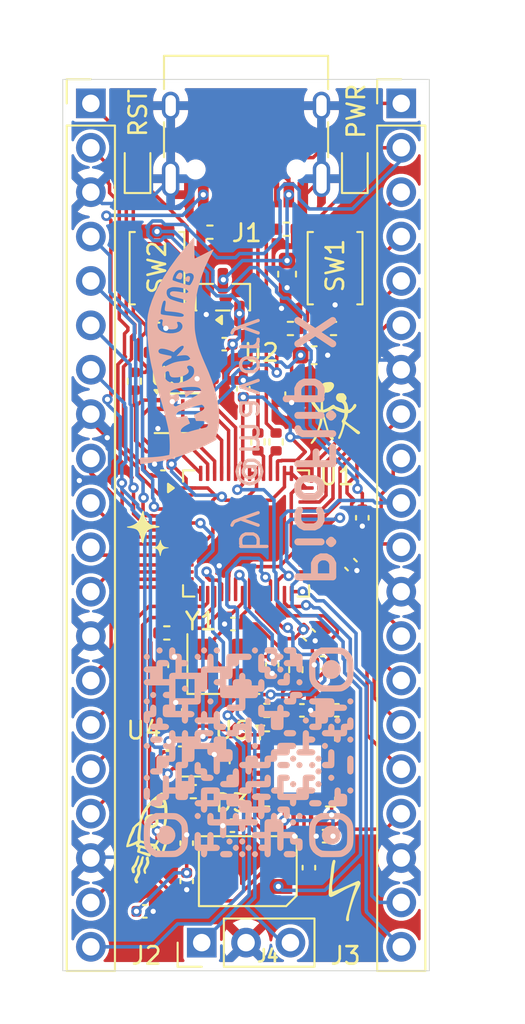
<source format=kicad_pcb>
(kicad_pcb (version 20241229) (generator "pcbnew") (generator_version "9.0")
  (layers (0 "F.Cu" signal) (2 "B.Cu" signal) (13 "F.Paste" user) (15 "B.Paste" user) (5 "F.SilkS" user "F.Silkscreen") (7 "B.SilkS" user "B.Silkscreen") (1 "F.Mask" user) (3 "B.Mask" user) (25 "Edge.Cuts" user))
  (net 0 "")
  (net 1 "+3V3")
  (net 2 "GND")
  (net 3 "+1V1")
  (net 4 "VBUS")
  (net 5 "XIN")
  (net 6 "Net-(C16-Pad2)")
  (net 7 "RUN")
  (net 8 "Net-(D1-K)")
  (net 9 "Net-(D2-K)")
  (net 10 "GPIO25")
  (net 11 "USB_D-")
  (net 12 "USB_D+")
  (net 13 "Net-(J1-CC2)")
  (net 14 "Net-(J1-CC1)")
  (net 15 "GPIO10")
  (net 16 "GPIO15")
  (net 17 "GPIO2")
  (net 18 "GPIO3")
  (net 19 "GPIO6")
  (net 20 "GPIO8")
  (net 21 "GPIO7")
  (net 22 "GPIO4")
  (net 23 "GPIO5")
  (net 24 "GPIO13")
  (net 25 "GPIO0")
  (net 26 "GPIO9")
  (net 27 "GPIO12")
  (net 28 "GPIO11")
  (net 29 "GPIO1")
  (net 30 "GPIO14")
  (net 31 "GPIO28_ADC2")
  (net 32 "GPIO17")
  (net 33 "GPIO26_ADC0")
  (net 34 "GPIO18")
  (net 35 "GPIO23")
  (net 36 "GPIO27_ADC1")
  (net 37 "GPIO20")
  (net 38 "GPIO24")
  (net 39 "GPIO19")
  (net 40 "GPIO21")
  (net 41 "GPIO22")
  (net 42 "GPIO29_ADC3")
  (net 43 "GPIO16")
  (net 44 "SWCLK")
  (net 45 "SWD")
  (net 46 "Net-(U1-USB_DP)")
  (net 47 "Net-(U1-USB_DM)")
  (net 48 "XOUT")
  (net 49 "Net-(R6-Pad1)")
  (net 50 "QSPI_SS")
  (net 51 "QSPI_SD2")
  (net 52 "QSPI_SD3")
  (net 53 "QSPI_SD0")
  (net 54 "QSPI_SD1")
  (net 55 "QSPI_SCLK")
  (net 56 "Net-(U6-CPOUT)")
  (net 57 "Net-(U6-REGOUT)")
  (footprint "Sensor_Motion:InvenSense_QFN-24_4x4mm_P0.5mm" (layer "F.Cu") (at 63.45 88.45)
    (property "Reference" "U6")
    (property "Value" "MPU-6050")
  )
  (footprint "Capacitor_SMD:C_0402_1005Metric" (layer "F.Cu") (at 54.7 96.6 180)
    (property "Reference" "C19" (hide yes))
    (property "Value" "100nF")
  )
  (footprint "Capacitor_SMD:C_0402_1005Metric" (layer "F.Cu") (at 60.34 66.7 90)
    (property "Reference" "C12" (hide yes))
    (property "Value" "0.1uF")
  )
  (footprint "Capacitor_SMD:C_0402_1005Metric" (layer "F.Cu") (at 58.175 66.125)
    (property "Reference" "C17" (hide yes))
    (property "Value" "0.1uF")
  )
  (footprint "Resistor_SMD:R_0402_1005Metric" (layer "F.Cu") (at 65.51 63.25 180)
    (property "Reference" "R6" (hide yes))
    (property "Value" "1K")
  )
  (footprint "Capacitor_SMD:C_0603_1608Metric" (layer "F.Cu") (at 62.85 60.14 -90)
    (property "Reference" "C13" (hide yes))
    (property "Value" "10uF")
  )
  (footprint "LOGO" (layer "F.Cu") (at 54.95 92.4 30)
    (property "Reference" "G***" (hide yes))
    (property "Value" "LOGO" (hide yes))
  )
  (footprint "Capacitor_SMD:C_0402_1005Metric" (layer "F.Cu") (at 57.1 94.88 -90)
    (property "Reference" "C9" (hide yes))
    (property "Value" "0.1uF")
  )
  (footprint "Capacitor_SMD:C_0402_1005Metric" (layer "F.Cu") (at 64.89 82.37)
    (property "Reference" "C23" (hide yes))
    (property "Value" "0.1uF")
  )
  (footprint "Package_SON:Winbond_USON-8-1EP_3x2mm_P0.5mm_EP0.2x1.6mm" (layer "F.Cu") (at 56.875 68.1)
    (property "Reference" "U5")
    (property "Value" "W25Q16JVZPIQ TR")
  )
  (footprint "Capacitor_SMD:C_0402_1005Metric" (layer "F.Cu") (at 63.11 67.01 -90)
    (property "Reference" "C2" (hide yes))
    (property "Value" "0.1uF")
  )
  (footprint "Resistor_SMD:R_0402_1005Metric" (layer "F.Cu") (at 57.48 89.75)
    (property "Reference" "R8" (hide yes))
    (property "Value" "4.7K")
  )
  (footprint "LOGO" (layer "F.Cu") (at 54.6 74.6)
    (property "Reference" "G***" (hide yes))
    (property "Value" "LOGO" (hide yes))
  )
  (footprint "Capacitor_SMD:C_0402_1005Metric" (layer "F.Cu") (at 56.4 82.52 -90)
    (property "Reference" "C16" (hide yes))
    (property "Value" "33pF")
  )
  (footprint "Capacitor_SMD:C_0402_1005Metric" (layer "F.Cu") (at 59.75 80.16 180)
    (property "Reference" "C3" (hide yes))
    (property "Value" "0.1uF")
  )
  (footprint "LOGO" (layer "F.Cu") (at 55.6 75.8)
    (property "Reference" "G***" (hide yes))
    (property "Value" "LOGO" (hide yes))
  )
  (footprint "Resistor_SMD:R_0402_1005Metric" (layer "F.Cu") (at 61.69 85.1)
    (property "Reference" "R9" (hide yes))
    (property "Value" "4.7K")
  )
  (footprint "Crystal:Crystal_SMD_3225-4Pin_3.2x2.5mm" (layer "F.Cu") (at 59.2 82.45)
    (property "Reference" "Y1")
    (property "Value" "12MHz")
  )
  (footprint "Capacitor_SMD:C_0402_1005Metric" (layer "F.Cu") (at 55.425 63.275)
    (property "Reference" "C8" (hide yes))
    (property "Value" "0.1uF")
  )
  (footprint "Button_Switch_SMD:SW_Push_SPST_NO_Alps_SKRK" (layer "F.Cu") (at 55.4 59.8 90)
    (property "Reference" "SW2")
    (property "Value" "SW_Push")
  )
  (footprint "Resistor_SMD:R_0402_1005Metric" (layer "F.Cu") (at 54.1 66.27 -90)
    (property "Reference" "R7" (hide yes))
    (property "Value" "1K")
  )
  (footprint "Connector_PinHeader_2.54mm:PinHeader_1x20_P2.54mm_Vertical" (layer "F.Cu") (at 51.61 50.37)
    (property "Reference" "J2")
    (property "Value" "Conn_01x20")
  )
  (footprint "Capacitor_SMD:C_0402_1005Metric" (layer "F.Cu") (at 59.72 91.7 180)
    (property "Reference" "C24" (hide yes))
    (property "Value" "100nF")
  )
  (footprint "Button_Switch_SMD:SW_Push_SPST_NO_Alps_SKRK" (layer "F.Cu") (at 65.6 59.8 90)
    (property "Reference" "SW1")
    (property "Value" "SW_Push")
  )
  (footprint "LED_SMD:LED_0603_1608Metric" (layer "F.Cu") (at 66.73 54.015 90)
    (property "Reference" "PWR")
    (property "Value" "POWER")
  )
  (footprint "Resistor_SMD:R_0402_1005Metric" (layer "F.Cu") (at 55.96 80.67)
    (property "Reference" "R5" (hide yes))
    (property "Value" "1K")
  )
  (footprint "Capacitor_SMD:C_0402_1005Metric" (layer "F.Cu") (at 63.7 85.1)
    (property "Reference" "C21" (hide yes))
    (property "Value" "100nF")
  )
  (footprint "Capacitor_SMD:C_0402_1005Metric" (layer "F.Cu") (at 64.12 80.78 -45)
    (property "Reference" "C10" (hide yes))
    (property "Value" "1uF")
  )
  (footprint "Capacitor_SMD:C_0402_1005Metric" (layer "F.Cu") (at 65.7 85.1 180)
    (property "Reference" "C18" (hide yes))
    (property "Value" "10nF")
  )
  (footprint "LED_SMD:LED_SK6812MINI_PLCC4_3.5x3.5mm_P1.75mm" (layer "F.Cu") (at 60.6 94.3)
    (property "Reference" "D3")
    (property "Value" "SK6812MINI")
  )
  (footprint "Resistor_SMD:R_0402_1005Metric" (layer "F.Cu") (at 63.04 63.25 180)
    (property "Reference" "R11" (hide yes))
    (property "Value" "680")
  )
  (footprint "Capacitor_SMD:C_0402_1005Metric" (layer "F.Cu") (at 62 82.505 90)
    (property "Reference" "C15" (hide yes))
    (property "Value" "33pF")
  )
  (footprint "Resistor_SMD:R_0402_1005Metric" (layer "F.Cu") (at 63.35 82.77 90)
    (property "Reference" "R10" (hide yes))
    (property "Value" "10K")
  )
  (footprint "Connector_PinHeader_2.54mm:PinHeader_1x03_P2.54mm_Vertical" (layer "F.Cu") (at 57.96 98.39 90)
    (property "Reference" "J4")
    (property "Value" "Conn_01x03")
  )
  (footprint "Resistor_SMD:R_0402_1005Metric" (layer "F.Cu") (at 55.42 64.62)
    (property "Reference" "R12" (hide yes))
    (property "Value" "680")
  )
  (footprint "LOGO" (layer "F.Cu") (at 66.15 95.3 25)
    (property "Reference" "G***" (hide yes))
    (property "Value" "LOGO" (hide yes))
  )
  (footprint "Capacitor_SMD:C_0402_1005Metric" (layer "F.Cu") (at 64.1 94.1 90)
    (property "Reference" "C25" (hide yes))
    (property "Value" "10nF")
  )
  (footprint "Package_DFN_QFN:QFN-56-1EP_7x7mm_P0.4mm_EP3.2x3.2mm" (layer "F.Cu") (at 60.5 74.9775)
    (property "Reference" "U1")
    (property "Value" "RP2040")
  )
  (footprint "Connector_PinHeader_2.54mm:PinHeader_1x20_P2.54mm_Vertical" (layer "F.Cu") (at 69.39 50.37)
    (property "Reference" "J3")
    (property "Value" "Conn_01x20")
  )
  (footprint "Capacitor_SMD:C_0402_1005Metric" (layer "F.Cu") (at 57.1 92.7 90)
    (property "Reference" "C5" (hide yes))
    (property "Value" "0.1uF")
  )
  (footprint "Connector_USB:USB_C_Receptacle_HRO_TYPE-C-31-M-12" (layer "F.Cu") (at 60.5 51.55 180)
    (property "Reference" "J1")
    (property "Value" "USB_C_Receptacle_USB2.0_14P")
  )
  (footprint "Capacitor_SMD:C_0603_1608Metric" (layer "F.Cu") (at 64.4 64.78)
    (property "Reference" "C14" (hide yes))
    (property "Value" "10uF")
  )
  (footprint "Resistor_SMD:R_0402_1005Metric" (layer "F.Cu") (at 61.18 69.74 -90)
    (property "Reference" "R3" (hide yes))
    (property "Value" "27")
  )
  (footprint "Capacitor_SMD:C_0402_1005Metric" (layer "F.Cu") (at 65 92.3)
    (property "Reference" "C20" (hide yes))
    (property "Value" "2.2uF")
  )
  (footprint "Resistor_SMD:R_0402_1005Metric" (layer "F.Cu") (at 62.81 57.57)
    (property "Reference" "R1" (hide yes))
    (property "Value" "5.1K")
  )
  (footprint "Capacitor_SMD:C_0402_1005Metric" (layer "F.Cu") (at 59.2 88.025 -90)
    (property "Reference" "C22" (hide yes))
    (property "Value" "100nF")
  )
  (footprint "Capacitor_SMD:C_0402_1005Metric" (layer "F.Cu") (at 56.47 85.13 90)
    (property "Reference" "C6" (hide yes))
    (property "Value" "0.1uF")
  )
  (footprint "Resistor_SMD:R_0402_1005Metric" (layer "F.Cu") (at 62.22 69.74 -90)
    (property "Reference" "R4" (hide yes))
    (property "Value" "27")
  )
  (footprint "LED_SMD:LED_0603_1608Metric" (layer "F.Cu") (at 54.285 54.015 90)
    (property "Reference" "RST")
    (property "Value" "RUN")
  )
  (footprint "Capacitor_SMD:C_0402_1005Metric" (layer "F.Cu") (at 66.51 76.76 -45)
    (property "Reference" "C7" (hide yes))
    (property "Value" "0.1uF")
  )
  (footprint "Resistor_SMD:R_0402_1005Metric" (layer "F.Cu") (at 58.43 57.74 180)
    (property "Reference" "R2" (hide yes))
    (property "Value" "5.1K")
  )
  (footprint "Capacitor_SMD:C_0402_1005Metric" (layer "F.Cu") (at 59.25 64.1475 180)
    (property "Reference" "C1" (hide yes))
    (property "Value" "1uF")
  )
  (footprint "Sensor_Humidity:Sensirion_DFN-4_1.5x1.5mm_P0.8mm_SHT4x_NoCentralPad" (layer "F.Cu") (at 57.4 88.025)
    (property "Reference" "U4")
    (property "Value" "SHT4x")
  )
  (footprint "Capacitor_SMD:C_0402_1005Metric" (layer "F.Cu") (at 67.16 74.08 -90)
    (property "Reference" "C11" (hide yes))
    (property "Value" "0.1uF")
  )
  (footprint "Package_TO_SOT_SMD:SOT-23" (layer "F.Cu") (at 59.17 61.46 90)
    (property "Reference" "U2")
    (property "Value" "MCP1700x-330xxTT")
  )
  (footprint "Capacitor_SMD:C_0402_1005Metric" (layer "F.Cu") (at 55.74 71.01 180)
    (property "Reference" "C4" (hide yes))
    (property "Value" "0.1uF")
  )
  (footprint "LOGO" (layer "F.Cu") (at 65.6 68.1)
    (property "Reference" "G***" (hide yes))
    (property "Value" "LOGO" (hide yes))
  )
  (footprint "LOGO" (layer "B.Cu") (at 60.645 87.5 90)
    (property "Reference" "G***" (hide yes))
    (property "Value" "LOGO" (hide yes))
  )
  (footprint "LOGO" (layer "B.Cu") (at 56.7 64.5 90)
    (property "Reference" "G***" (hide yes))
    (property "Value" "LOGO" (hide yes))
  )
  (gr_rect (start 50 49) (end 71 100) (stroke (width 0.05)) (fill no) (layer "Edge.Cuts"))
  (gr_text "PicoFlip X" (at 63.2 78.2 270) (layer "B.SilkS") (effects (font (size 2 2) (thickness 0.4) (bold yes)) (justify left bottom mirror)))
  (gr_text "by @mavory" (at 60 76.2 270) (layer "B.SilkS") (effects (font (size 1.5 1.5) (thickness 0.1875)) (justify left bottom mirror)))
  (segment (start 58.92 72.99) (end 58.80275 72.87275) (width 0.2) (layer "F.Cu") (net 1))
  (segment (start 63.11 65.295) (end 63.625 64.78) (width 0.2) (layer "F.Cu") (net 1))
  (segment (start 63.9375 72.3775) (end 63.1 71.54) (width 0.2) (layer "F.Cu") (net 1))
  (segment (start 65.48 92.3) (end 65.88 91.9) (width 0.2) (layer "F.Cu") (net 1))
  (segment (start 57.1 93.18) (end 58.6 91.68) (width 0.2) (layer "F.Cu") (net 1))
  (segment (start 60.272 90.772) (end 58.96 90.772) (width 0.2) (layer "F.Cu") (net 1))
  (segment (start 53.323 54.081) (end 53.4 54.004) (width 0.2) (layer "F.Cu") (net 1))
  (segment (start 66.5 85.42) (end 66.5 91.9) (width 0.2) (layer "F.Cu") (net 1))
  (segment (start 60.9715 76.8785) (end 62.4015 76.8785) (width 0.2) (layer "F.Cu") (net 1))
  (segment (start 58.6 91.68) (end 58.6 90.972) (width 0.2) (layer "F.Cu") (net 1))
  (segment (start 57.99 89.715) (end 59.2 88.505) (width 0.2) (layer "F.Cu") (net 1))
  (segment (start 59.309002 73.0765) (end 60.4035 73.0765) (width 0.2) (layer "F.Cu") (net 1))
  (segment (start 63.9375 75.9775) (end 63.3975 75.9775) (width 0.2) (layer "F.Cu") (net 1))
  (segment (start 54.339 63.881) (end 54.339 64.98934) (width 0.2) (layer "F.Cu") (net 1))
  (segment (start 62.2 85.1) (end 62.6 84.7) (width 0.2) (layer "F.Cu") (net 1))
  (segment (start 54.971 87.109) (end 54.971 90.051) (width 0.2) (layer "F.Cu") (net 1))
  (segment (start 59.2 88.505) (end 59.2 90.532) (width 0.2) (layer "F.Cu") (net 1))
  (segment (start 60.7 78.415) (end 60.7 77.619943) (width 0.2) (layer "F.Cu") (net 1))
  (segment (start 59.2 90.532) (end 58.96 90.772) (width 0.2) (layer "F.Cu") (net 1))
  (segment (start 68.5 91.9) (end 69.39 91.01) (width 0.2) (layer "F.Cu") (net 1))
  (segment (start 69.39 52.91) (end 67.19 52.91) (width 0.2) (layer "F.Cu") (net 1))
  (segment (start 59.12 88.425) (end 58.1 88.425) (width 0.2) (layer "F.Cu") (net 1))
  (segment (start 54.061 53.549) (end 54.29 53.32) (width 0.2) (layer "F.Cu") (net 1))
  (segment (start 57.595774 72.3775) (end 57.0625 72.3775) (width 0.2) (layer "F.Cu") (net 1))
  (segment (start 63.255 76.025) (end 63.255 75.835) (width 0.2) (layer "F.Cu") (net 1))
  (segment (start 54.72 65.76) (end 54.91483 65.56517) (width 0.2) (layer "F.Cu") (net 1))
  (segment (start 54.91483 65.56517) (end 56.08566 66.736) (width 0.2) (layer "F.Cu") (net 1))
  (segment (start 58.6 90.972) (end 58.8 90.772) (width 0.2) (layer "F.Cu") (net 1))
  (segment (start 64.512 83.432) (end 63.502 83.432) (width 0.2) (layer "F.Cu") (net 1))
  (segment (start 57.1 93.18) (end 57.1 94.4) (width 0.2) (layer "F.Cu") (net 1))
  (segment (start 58.8 90.772) (end 58.96 90.772) (width 0.2) (layer "F.Cu") (net 1))
  (segment (start 57.0625 75.9775) (end 57.6025 75.9775) (width 0.2) (layer "F.Cu") (net 1))
  (segment (start 63.11 66.53) (end 63.11 65.295) (width 0.2) (layer "F.Cu") (net 1))
  (segment (start 60.721 77.598943) (end 60.721 77.129) (width 0.2) (layer "F.Cu") (net 1))
  (segment (start 53.499 53.901) (end 53.499 53.8474) (width 0.2) (layer "F.Cu") (net 1))
  (segment (start 58.655 66.125) (end 58.655 66.995) (width 0.2) (layer "F.Cu") (net 1))
  (segment (start 60.73 72.95) (end 60.73 72.75) (width 0.2) (layer "F.Cu") (net 1))
  (segment (start 54.339 64.98934) (end 54.91483 65.56517) (width 0.2) (layer "F.Cu") (net 1))
  (segment (start 53.7974 53.549) (end 54.061 53.549) (width 0.2) (layer "F.Cu") (net 1))
  (segment (start 61.9435 73.0765) (end 60.8565 73.0765) (width 0.2) (layer "F.Cu") (net 1))
  (segment (start 63.402226 72.3775) (end 63.9375 72.3775) (width 0.2) (layer "F.Cu") (net 1))
  (segment (start 63.9375 75.9775) (end 65.7275 75.9775) (width 0.2) (layer "F.Cu") (net 1))
  (segment (start 65.4 91.08) (end 65.4 89.7) (width 0.2) (layer "F.Cu") (net 1))
  (segment (start 54.04 62.37) (end 54.04 55.72) (width 0.2) (layer "F.Cu") (net 1))
  (segment (start 62.7 91.92) (end 62.62 92) (width 0.2) (layer "F.Cu") (net 1))
  (segment (start 63.09 72.689726) (end 63.402226 72.3775) (width 0.2) (layer "F.Cu") (net 1))
  (segment (start 59.2 88.505) (end 59.12 88.425) (width 0.2) (layer "F.Cu") (net 1))
  (segment (start 65.7275 75.9775) (end 66.170589 76.420589) (width 0.2) (layer "F.Cu") (net 1))
  (segment (start 62.63 82.56) (end 62.63 81.71745) (width 0.2) (layer "F.Cu") (net 1))
  (segment (start 62.6 84.03) (end 63.35 83.28) (width 0.2) (layer "F.Cu") (net 1))
  (segment (start 61.4525 91.9525) (end 60.272 90.772) (width 0.2) (layer "F.Cu") (net 1))
  (segment (start 58.655 66.995) (end 58.3 67.35) (width 0.2) (layer "F.Cu") (net 1))
  (segment (start 62.6 84.7) (end 62.6 84.03) (width 0.2) (layer "F.Cu") (net 1))
  (segment (start 62.7 71.54) (end 63.1 71.54) (width 0.2) (layer "F.Cu") (net 1))
  (segment (start 53.4 54.004) (end 53.4 54) (width 0.2) (layer "F.Cu") (net 1))
  (segment (start 67 91.9) (end 68.5 91.9) (width 0.2) (layer "F.Cu") (net 1))
  (segment (start 60.4035 73.0765) (end 60.73 72.75) (width 0.2) (layer "F.Cu") (net 1))
  (segment (start 60.7 79.23) (end 60.7 78.415) (width 0.2) (layer "F.Cu") (net 1))
  (segment (start 61.1 72.38) (end 60.73 72.75) (width 0.2) (layer "F.Cu") (net 1))
  (segment (start 62.62 92) (end 61.405 92) (width 0.2) (layer "F.Cu") (net 1))
  (segment (start 62.7 90.4) (end 62.7 91.92) (width 0.2) (layer "F.Cu") (net 1))
  (segment (start 54.945 63.275) (end 54.04 62.37) (width 0.2) (layer "F.Cu") (net 1))
  (segment (start 66.18 85.1) (end 64.512 83.432) (width 0.2) (layer "F.Cu") (net 1))
  (segment (start 53.499 53.8474) (end 53.7974 53.549) (width 0.2) (layer "F.Cu") (net 1))
  (segment (start 59.11 72.877498) (end 59.309002 73.0765) (width 0.2) (layer "F.Cu") (net 1))
  (segment (start 57.0625 71.8525) (end 56.22 71.01) (width 0.2) (layer "F.Cu") (net 1))
  (segment (start 60.23 79.7) (end 60.7 79.23) (width 0.2) (layer "F.Cu") (net 1))
  (segment (start 63.3975 75.9775) (end 63.255 75.835) (width 0.2) (layer "F.Cu") (net 1))
  (segment (start 57.0625 72.3775) (end 58.3075 72.3775) (width 0.2) (layer "F.Cu") (net 1))
  (segment (start 60.721 77.129) (end 60.9715 76.8785) (width 0.2) (layer "F.Cu") (net 1))
  (segment (start 61.07255 80.16) (end 60.23 80.16) (width 0.2) (layer "F.Cu") (net 1))
  (segment (start 63.255 75.835) (end 63.09 75.67) (width 0.2) (layer "F.Cu") (net 1))
  (segment (start 63.09 75.67) (end 63.09 72.689726) (width 0.2) (layer "F.Cu") (net 1))
  (segment (start 57.0625 72.3775) (end 57.0625 71.8525) (width 0.2) (layer "F.Cu") (net 1))
  (segment (start 61.1 71.54) (end 61.1 72.38) (width 0.2) (layer "F.Cu") (net 1))
  (segment (start 67.19 52.91) (end 66.96 52.91) (width 0.2) (layer "F.Cu") (net 1))
  (segment (start 62.7 72.32) (end 61.9435 73.0765) (width 0.2) (layer "F.Cu") (net 1))
  (segment (start 57.99 89.75) (end 57.99 89.715) (width 0.2) (layer "F.Cu") (net 1))
  (segment (start 58.599 73.0765) (end 58.80275 72.87275) (width 0.2) (layer "F.Cu") (net 1))
  (segment (start 58.997498 72.99) (end 58.92 72.99) (width 0.2) (layer "F.Cu") (net 1))
  (segment (start 62.7 71.54) (end 62.7 72.32) (width 0.2) (layer "F.Cu") (net 1))
  (segment (start 63.35 83.28) (end 62.63 82.56) (width 0.2) (layer "F.Cu") (net 1))
  (segment (start 67.19 52.91) (end 67.1625 52.91) (width 0.2) (layer "F.Cu") (net 1))
  (segment (start 67.1625 52.91) (end 66.73 53.3425) (width 0.2) (layer "F.Cu") (net 1))
  (segment (start 66.18 85.1) (end 66.5 85.42) (width 0.2) (layer "F.Cu") (net 1))
  (segment (start 54.04 55.72) (end 53.625 55.305) (width 0.2) (layer "F.Cu") (net 1))
  (segment (start 60.7 71.54) (end 61.1 71.54) (width 0.2) (layer "F.Cu") (net 1))
  (segment (start 53.4 54) (end 53.499 53.901) (width 0.2) (layer "F.Cu") (net 1))
  (segment (start 59.11 72.877498) (end 58.997498 72.99) (width 0.2) (layer "F.Cu") (net 1))
  (segment (start 65.88 91.9) (end 66.5 91.9) (width 0.2) (layer "F.Cu") (net 1))
  (segment (start 61.405 92) (end 61.4525 91.9525) (width 0.2) (layer "F.Cu") (net 1))
  (segment (start 60.8565 73.0765) (end 60.73 72.95) (width 0.2) (layer "F.Cu") (net 1))
  (segment (start 54.1 65.76) (end 54.72 65.76) (width 0.2) (layer "F.Cu") (net 1))
  (segment (start 57.596774 72.3765) (end 57.595774 72.3775) (width 0.2) (layer "F.Cu") (net 1))
  (segment (start 60.23 80.16) (end 60.23 79.7) (width 0.2) (layer "F.Cu") (net 1))
  (segment (start 56.47 85.61) (end 54.971 87.109) (width 0.2) (layer "F.Cu") (net 1))
  (segment (start 58.044 66.736) (end 58.655 66.125) (width 0.2) (layer "F.Cu") (net 1))
  (segment (start 58.3075 72.3775) (end 58.80275 72.87275) (width 0.2) (layer "F.Cu") (net 1))
  (segment (start 60.7 77.619943) (end 60.721 77.598943) (width 0.2) (layer "F.Cu") (net 1))
  (segment (start 63.502 83.432) (end 63.35 83.28) (width 0.2) (layer "F.Cu") (net 1))
  (segment (start 57.6025 75.9775) (end 58.599 74.981) (width 0.2) (layer "F.Cu") (net 1))
  (segment (start 62.63 81.71745) (end 61.07255 80.16) (width 0.2) (layer "F.Cu") (net 1))
  (segment (start 58.655 66.125) (end 58.655 65.2225) (width 0.2) (layer "F.Cu") (net 1))
  (segment (start 54.971 90.051) (end 55.692 90.772) (width 0.2) (layer "F.Cu") (net 1))
  (segment (start 66.5 91.9) (end 67 91.9) (width 0.2) (layer "F.Cu") (net 1))
  (segment (start 53.625 55.302) (end 53.323 55) (width 0.2) (layer "F.Cu") (net 1))
  (segment (start 58.599 74.981) (end 58.599 73.0765) (width 0.2) (layer "F.Cu") (net 1))
  (segment (start 53.323 55) (end 53.323 54.081) (width 0.2) (layer "F.Cu") (net 1))
  (segment (start 55.692 90.772) (end 58.8 90.772) (width 0.2) (layer "F.Cu") (net 1))
  (segment (start 56.08566 66.736) (end 58.044 66.736) (width 0.2) (layer "F.Cu") (net 1))
  (segment (start 54.945 63.275) (end 54.339 63.881) (width 0.2) (layer "F.Cu") (net 1))
  (segment (start 62.4015 76.8785) (end 63.255 76.025) (width 0.2) (layer "F.Cu") (net 1))
  (segment (start 58.655 65.2225) (end 59.73 64.1475) (width 0.2) (layer "F.Cu") (net 1))
  (segment (start 53.625 55.305) (end 53.625 55.302) (width 0.2) (layer "F.Cu") (net 1))
  (via (at 65.4 91.08) (size 0.6) (drill 0.3) (layers "F.Cu" "B.Cu") (net 1))
  (via (at 59.11 72.877498) (size 0.6) (drill 0.3) (layers "F.Cu" "B.Cu") (net 1))
  (via (at 65.48 92.3) (size 0.6) (drill 0.3) (layers "F.Cu" "B.Cu") (net 1))
  (via (at 54.22 96.6) (size 0.6) (drill 0.3) (layers "F.Cu" "B.Cu") (net 1))
  (via (at 63.625 64.78) (size 0.6) (drill 0.3) (layers "F.Cu" "B.Cu") (net 1))
  (via (at 60.12 62.3975) (size 0.6) (drill 0.3) (layers "F.Cu" "B.Cu") (net 1))
  (via (at 59.73 64.1475) (size 0.6) (drill 0.3) (layers "F.Cu" "B.Cu") (net 1))
  (via (at 57.1 94.4) (size 0.6) (drill 0.3) (layers "F.Cu" "B.Cu") (net 1))
  (via (at 62.68 91.4) (size 0.6) (drill 0.3) (layers "F.Cu" "B.Cu") (net 1))
  (via (at 56.23 71.01) (size 0.6) (drill 0.3) (layers "F.Cu" "B.Cu") (net 1))
  (segment (start 62.799943 65.46) (end 62.508943 65.169) (width 0.2) (layer "B.Cu") (net 1))
  (segment (start 56.23 71.430797) (end 56.23 71.01) (width 0.2) (layer "B.Cu") (net 1))
  (segment (start 62.701057 54.994) (end 62.349 55.346057) (width 0.2) (layer "B.Cu") (net 1))
  (segment (start 55.673616 67.681073) (end 55.673616 67.183187) (width 0.2) (layer "B.Cu") (net 1))
  (segment (start 62.449 55.943943) (end 62.449 58.043829) (width 0.2) (layer "B.Cu") (net 1))
  (segment (start 56.792429 67.1) (end 58.39 67.1) (width 0.2) (layer "B.Cu") (net 1))
  (segment (start 66.59 56.41) (end 64.117057 56.41) (width 0.2) (layer "B.Cu") (net 1))
  (segment (start 69.39 52.91) (end 69.39 53.61) (width 0.2) (layer "B.Cu") (net 1))
  (segment (start 63.551 55.346057) (end 63.198943 54.994) (width 0.2) (layer "B.Cu") (net 1))
  (segment (start 59.338 65.804957) (end 59.73 65.412957) (width 0.2) (layer "B.Cu") (net 1))
  (segment (start 64.117057 56.41) (end 63.551 55.843943) (width 0.2) (layer "B.Cu") (net 1))
  (segment (start 58.39 67.1) (end 59.338 66.152) (width 0.2) (layer "B.Cu") (net 1))
  (segment (start 56.523559 66.83113) (end 56.792429 67.1) (width 0.2) (layer "B.Cu") (net 1))
  (segment (start 63.551 55.843943) (end 63.551 55.346057) (width 0.2) (layer "B.Cu") (net 1))
  (segment (start 60.8839 64.939) (end 60.6049 65.218) (width 0.2) (layer "B.Cu") (net 1))
  (segment (start 54.799 57.451057) (end 54.912137 57.451057) (width 0.2) (layer "B.Cu") (net 1))
  (segment (start 57.1 94.4) (end 56.42 94.4) (width 0.2) (layer "B.Cu") (net 1))
  (segment (start 58.818095 61.382) (end 59.581906 61.382) (width 0.2) (layer "B.Cu") (net 1))
  (segment (start 58.278 60.078094) (end 58.278 60.841906) (width 0.2) (layer "B.Cu") (net 1))
  (segment (start 56.346284 68.071) (end 56.3089 68.033616) (width 0.2) (layer "B.Cu") (net 1))
  (segment (start 54.879 57.484194) (end 54.879 57.915806) (width 0.2) (layer "B.Cu") (net 1))
  (segment (start 63.198943 54.994) (end 62.701057 54.994) (width 0.2) (layer "B.Cu") (net 1))
  (segment (start 65.08 91.4) (end 62.68 91.4) (width 0.2) (layer "B.Cu") (net 1))
  (segment (start 61.528829 58.964) (end 60.1289 58.964) (width 0.2) (layer "B.Cu") (net 1))
  (segment (start 55.184194 58.221) (end 55.615806 58.221) (width 0.2) (layer "B.Cu") (net 1))
  (segment (start 62.449 58.043829) (end 61.528829 58.964) (width 0.2) (layer "B.Cu") (net 1))
  (segment (start 55.674102 67.681559) (end 55.673616 67.681073) (width 0.2) (layer "B.Cu") (net 1))
  (segment (start 62.349 55.843943) (end 62.449 55.943943) (width 0.2) (layer "B.Cu") (net 1))
  (segment (start 60.12 62.3975) (end 60.12 63.7575) (width 0.2) (layer "B.Cu") (net 1))
  (segment (start 63.625 64.78) (end 62.945 65.46) (width 0.2) (layer "B.Cu") (net 1))
  (segment (start 59.581906 61.382) (end 59.634453 61.329453) (width 0.2) (layer "B.Cu") (net 1))
  (segment (start 56.42 94.4) (end 54.22 96.6) (width 0.2) (layer "B.Cu") (net 1))
  (segment (start 59.634453 61.329453) (end 60.12 61.815) (width 0.2) (layer "B.Cu") (net 1))
  (segment (start 65.48 91.16) (end 65.4 91.08) (width 0.2) (layer "B.Cu") (net 1))
  (segment (start 65.4 91.08) (end 65.08 91.4) (width 0.2) (layer "B.Cu") (net 1))
  (segment (start 58.41 68.83) (end 58.41 68.071) (width 0.2) (layer "B.Cu") (net 1))
  (segment (start 62.508943 65.169) (end 62.2261 65.169) (width 0.2) (layer "B.Cu") (net 1))
  (segment (start 65.48 92.3) (end 65.48 91.16) (width 0.2) (layer "B.Cu") (net 1))
  (segment (start 69.39 53.61) (end 66.59 56.41) (width 0.2) (layer "B.Cu") (net 1))
  (segment (start 56.9461 57.299) (end 55.848943 57.299) (width 0.2) (layer "B.Cu") (net 1))
  (segment (start 58.280547 60.075547) (end 58.278 60.078094) (width 0.2) (layer "B.Cu") (net 1))
  (segment (start 55.848943 57.299) (end 55.648943 57.099) (width 0.2) (layer "B.Cu") (net 1))
  (segment (start 60.12 63.7575) (end 59.73 64.1475) (width 0.2) (layer "B.Cu") (net 1))
  (segment (start 55.674 67.681559) (end 55.674102 67.681559) (width 0.2) (layer "B.Cu") (net 1))
  (segment (start 59.09 72.79) (end 57.589203 72.79) (width 0.2) (layer "B.Cu") (net 1))
  (segment (start 55.815806 58.021) (end 56.226 58.021) (width 0.2) (layer "B.Cu") (net 1))
  (segment (start 55.615806 58.221) (end 55.815806 58.021) (width 0.2) (layer "B.Cu") (net 1))
  (segment (start 59.73 65.412957) (end 59.73 64.1475) (width 0.2) (layer "B.Cu") (net 1))
  (segment (start 60.6049 65.218) (end 59.924957 65.218) (width 0.2) (layer "B.Cu") (net 1))
  (segment (start 61.9961 64.939) (end 60.8839 64.939) (width 0.2) (layer "B.Cu") (net 1))
  (segment (start 62.2261 65.169) (end 61.9961 64.939) (width 0.2) (layer "B.Cu") (net 1))
  (segment (start 56.025673 66.83113) (end 56.523559 66.83113) (width 0.2) (layer "B.Cu") (net 1))
  (segment (start 60.12 61.815) (end 60.12 62.3975) (width 0.2) (layer "B.Cu") (net 1))
  (segment (start 56.026057 68.033616) (end 55.674 67.681559) (width 0.2) (layer "B.Cu") (net 1))
  (segment (start 58.278 60.841906) (end 58.818095 61.382) (width 0.2) (layer "B.Cu") (net 1))
  (segment (start 56.226 58.021) (end 58.280547 60.075547) (width 0.2) (layer "B.Cu") (net 1))
  (segment (start 54.879 57.915806) (end 55.184194 58.221) (width 0.2) (layer "B.Cu") (net 1))
  (segment (start 59.338 66.152) (end 59.338 65.804957) (width 0.2) (layer "B.Cu") (net 1))
  (segment (start 55.673616 67.183187) (end 56.025673 66.83113) (width 0.2) (layer "B.Cu") (net 1))
  (segment (start 58.41 68.071) (end 56.346284 68.071) (width 0.2) (layer "B.Cu") (net 1))
  (segment (start 54.912137 57.451057) (end 54.879 57.484194) (width 0.2) (layer "B.Cu") (net 1))
  (segment (start 59.8929 59.2) (end 58.8471 59.2) (width 0.2) (layer "B.Cu") (net 1))
  (segment (start 62.349 55.346057) (end 62.349 55.843943) (width 0.2) (layer "B.Cu") (net 1))
  (segment (start 56.23 71.01) (end 58.41 68.83) (width 0.2) (layer "B.Cu") (net 1))
  (segment (start 59.924957 65.218) (end 59.73 65.412957) (width 0.2) (layer "B.Cu") (net 1))
  (segment (start 58.8471 59.2) (end 56.9461 57.299) (width 0.2) (layer "B.Cu") (net 1))
  (segment (start 55.151057 57.099) (end 54.799 57.451057) (width 0.2) (layer "B.Cu") (net 1))
  (segment (start 60.1289 58.964) (end 59.8929 59.2) (width 0.2) (layer "B.Cu") (net 1))
  (segment (start 56.3089 68.033616) (end 56.026057 68.033616) (width 0.2) (layer "B.Cu") (net 1))
  (segment (start 57.589203 72.79) (end 56.23 71.430797) (width 0.2) (layer "B.Cu") (net 1))
  (segment (start 62.945 65.46) (end 62.799943 65.46) (width 0.2) (layer "B.Cu") (net 1))
  (segment (start 55.648943 57.099) (end 55.151057 57.099) (width 0.2) (layer "B.Cu") (net 1))
  (segment (start 58.925227 76.825227) (end 58.83 76.73) (width 0.2) (layer "F.Cu") (net 2))
  (segment (start 58.83 76.73) (end 58.83 76.6475) (width 0.2) (layer "F.Cu") (net 2))
  (segment (start 59.27 80.16) (end 59.27 80.43) (width 0.2) (layer "F.Cu") (net 2))
  (segment (start 63.75 55.595) (end 63.905 55.595) (width 0.2) (layer "F.Cu") (net 2))
  (segment (start 51.61 80.81) (end 50.7 79.9) (width 0.2) (layer "F.Cu") (net 2))
  (segment (start 64.345707 82.435707) (end 64.3 82.39) (width 0.2) (layer "F.Cu") (net 2))
  (segment (start 63.32 57.57) (end 63.75 57.14) (width 0.2) (layer "F.Cu") (net 2))
  (segment (start 64.41 82.499) (end 64.346707 82.435707) (width 0.2) (layer "F.Cu") (net 2))
  (segment (start 64.82 56.07) (end 64.81 56.08) (width 0.2) (layer "F.Cu") (net 2))
  (segment (start 59.545 87.2) (end 60.3 87.2) (width 0.2) (layer "F.Cu") (net 2))
  (segment (start 58.1 81.6) (end 56.84 81.6) (width 0.2) (layer "F.Cu") (net 2))
  (segment (start 65.747037 91.579) (end 65.726037 91.6) (width 0.2) (layer "F.Cu") (net 2))
  (segment (start 63.5 92.52) (end 63.28 92.3) (width 0.2) (layer "F.Cu") (net 2))
  (segment (start 66.179 87.633314) (end 66.179 91.321) (width 0.2) (layer "F.Cu") (net 2))
  (segment (start 59.8 83.3) (end 58.1 81.6) (width 0.2) (layer "F.Cu") (net 2))
  (segment (start 69.39 65.61) (end 69.39 65.585) (width 0.2) (layer "F.Cu") (net 2))
  (segment (start 62.105 82.985) (end 62.13 83.01) (width 0.2) (layer "F.Cu") (net 2))
  (segment (start 55.905 63.275) (end 55.905 63.24) (width 0.2) (layer "F.Cu") (net 2))
  (segment (start 58.83 76.6475) (end 60.5 74.9775) (width 0.2) (layer "F.Cu") (net 2))
  (segment (start 64.2 91.98) (end 64.2 91.3) (width 0.2) (layer "F.Cu") (net 2))
  (segment (start 58.961897 76.825227) (end 58.961897 76.861897) (width 0.2) (layer "F.Cu") (net 2))
  (segment (start 65.22 87.02) (end 65.22 85.1) (width 0.2) (layer "F.Cu") (net 2))
  (segment (start 51.61 80.85) (end 51.61 80.81) (width 0.2) (layer "F.Cu") (net 2))
  (segment (start 69.455 93.55) (end 69.39 93.55) (width 0.2) (layer "F.Cu") (net 2))
  (segment (start 51.61 93.55) (end 51.61 93.51) (width 0.2) (layer "F.Cu") (net 2))
  (segment (start 63.5 92.558374) (end 63.5 92.52) (width 0.2) (layer "F.Cu") (net 2))
  (segment (start 57.92 57.74) (end 57.92 62.0975) (width 0.2) (layer "F.Cu") (net 2))
  (segment (start 63.75 57.14) (end 63.75 55.595) (width 0.2) (layer "F.Cu") (net 2))
  (segment (start 59.5 77.4) (end 59.5 78.415) (width 0.2) (layer "F.Cu") (net 2))
  (segment (start 59.2 87.545) (end 59.545 87.2) (width 0.2) (layer "F.Cu") (net 2))
  (segment (start 64.1 93.62) (end 64.1 93.158374) (width 0.2) (layer "F.Cu") (net 2))
  (segment (start 65.745686 87.2) (end 66.179 87.633314) (width 0.2) (layer "F.Cu") (net 2))
  (segment (start 51.61 68.15) (end 51.61 68.01) (width 0.2) (layer "F.Cu") (net 2))
  (segment (start 58.665 95.36) (end 58.85 95.175) (width 0.2) (layer "F.Cu") (net 2))
  (segment (start 60.615 82.985) (end 60.3 83.3) (width 0.2) (layer "F.Cu") (net 2))
  (segment (start 65.22 85.1) (end 64.18 85.1) (width 0.2) (layer "F.Cu") (net 2))
  (segment (start 70.08 77.645) (end 70.055 77.645) (width 0.2) (layer "F.Cu") (net 2))
  (segment (start 63.905 55.595) (end 64.82 54.68) (width 0.2) (layer "F.Cu") (net 2))
  (segment (start 64.52 92.3) (end 64.2 91.98) (width 0.2) (layer "F.Cu") (net 2))
  (segment (start 65.4 87.2) (end 65.745686 87.2) (width 0.2) (layer "F.Cu") (net 2))
  (segment (start 63.626 57.876) (end 63.32 57.57) (width 0.2) (layer "F.Cu") (net 2))
  (segment (start 62 82.985) (end 60.615 82.985) (width 0.2) (layer "F.Cu") (net 2))
  (segment (start 69.39 65.585) (end 70.065 64.91) (width 0.2) (layer "F.Cu") (net 2))
  (segment (start 58.22 62.45) (end 58.22 63.5975) (width 0.2) (layer "F.Cu") (net 2))
  (segment (start 51.61 93.51) (end 50.8 92.7) (width 0.2) (layer "F.Cu") (net 2))
  (segment (start 58.961897 76.861897) (end 59.5 77.4) (width 0.2) (layer "F.Cu") (net 2))
  (segment (start 58.22 63.5975) (end 58.77 64.1475) (width 0.2) (layer "F.Cu") (net 2))
  (segment (start 65.4 87.2) (end 65.22 87.02) (width 0.2) (layer "F.Cu") (net 2))
  (segment (start 64.1 93.158374) (end 63.5 92.558374) (width 0.2) (layer "F.Cu") (net 2))
  (segment (start 55.905 63.24) (end 55.905 62.405) (width 0.2) (layer "F.Cu") (net 2))
  (segment (start 51.61 68.15) (end 51.61 68.56) (width 0.2) (layer "F.Cu") (net 2))
  (segment (start 69.39 93.55) (end 69.39 93.51) (width 0.2) (layer "F.Cu") (net 2))
  (segment (start 51.61 68.56) (end 52.55 69.5) (width 0.2) (layer "F.Cu") (net 2))
  (segment (start 59.2 87.545) (end 59.12 87.625) (width 0.2) (layer "F.Cu") (net 2))
  (segment (start 69.39 93.51) (end 70.1 92.8) (width 0.2) (layer "F.Cu") (net 2))
  (segment (start 55.905 62.405) (end 55.4 61.9) (width 0.2) (layer "F.Cu") (net 2))
  (segment (start 64.5 91.6) (end 64.2 91.3) (width 0.2) (layer "F.Cu") (net 2))
  (segment (start 56.84 81.6) (end 56.4 82.04) (width 0.2) (layer "F.Cu") (net 2))
  (segment (start 58.22 62.3975) (end 58.22 62.45) (width 0.2) (layer "F.Cu") (net 2))
  (segment (start 64.2 91.3) (end 64.2 90.4) (width 0.2) (layer "F.Cu") (net 2))
  (segment (start 59.12 87.625) (end 58.68 87.625) (width 0.2) (layer "F.Cu") (net 2))
  (segment (start 62 82.985) (end 62.105 82.985) (width 0.2) (layer "F.Cu") (net 2))
  (segment (start 57.695 65.2225) (end 57.695 66.125) (width 0.2) (layer "F.Cu") (net 2))
  (segment (start 64.82 54.68) (end 64.82 56.07) (width 0.2) (layer "F.Cu") (net 2))
  (segment (start 57.1 95.36) (end 58.665 95.36) (width 0.2) (layer "F.Cu") (net 2))
  (segment (start 63.626 60.139) (end 63.626 57.876) (width 0.2) (layer "F.Cu") (net 2))
  (segment (start 66.179 91.321) (end 65.921 91.579) (width 0.2) (layer "F.Cu") (net 2))
  (segment (start 58.68 87.625) (end 58.1 87.625) (width 0.2) (layer "F.Cu") (net 2))
  (segment (start 60.3 83.3) (end 59.8 83.3) (width 0.2) (layer "F.Cu") (net 2))
  (segment (start 50.7 79.9) (end 50.7 79.8) (width 0.2) (layer "F.Cu") (net 2))
  (segment (start 62.53 63.25) (end 62.53 62.1) (width 0.2) (layer "F.Cu") (net 2))
  (segment (start 64.346707 82.435707) (end 64.345707 82.435707) (width 0.2) (layer "F.Cu") (net 2))
  (segment (start 63.2 90.4) (end 63.2 92.2) (width 0.2) (layer "F.Cu") (net 2))
  (segment (start 69.39 78.31) (end 70.055 77.645) (width 0.2) (layer "F.Cu") (net 2))
  (segment (start 58.961897 76.825227) (end 58.925227 76.825227) (width 0.2) (layer "F.Cu") (net 2))
  (segment (start 64.3 81.278822) (end 64.459411 81.119411) (width 0.2) (layer "F.Cu") (net 2))
  (segment (start 60.3 87.2) (end 60.3 87.6) (width 0.2) (layer "F.Cu") (net 2))
  (segment (start 59.27 80.43) (end 58.1 81.6) (width 0.2) (layer "F.Cu") (net 2))
  (segment (start 57.92 62.0975) (end 58.22 62.3975) (width 0.2) (layer "F.Cu") (net 2))
  (segment (start 64.3 82.39) (end 64.3 81.278822) (width 0.2) (layer "F.Cu") (net 2))
  (segment (start 65.726037 91.6) (end 64.5 91.6) (width 0.2) (layer "F.Cu") (net 2))
  (segment (start 62.53 62.1) (end 62.53 61.235) (width 0.2) (layer "F.Cu") (net 2))
  (segment (start 65.921 91.579) (end 65.747037 91.579) (width 0.2) (layer "F.Cu") (net 2))
  (segment (start 62.53 61.235) (end 62.85 60.915) (width 0.2) (layer "F.Cu") (net 2))
  (segment (start 60.3 87.2) (end 61.5 87.2) (width 0.2) (layer "F.Cu") (net 2))
  (segment (start 62.85 60.915) (end 63.626 60.139) (width 0.2) (layer "F.Cu") (net 2))
  (segment (start 58.77 64.1475) (end 57.695 65.2225) (width 0.2) (layer "F.Cu") (net 2))
  (via (at 66.849411 77.099411) (size 0.6) (drill 0.3) (layers "F.Cu" "B.Cu") (net 2))
  (via (at 62.85 60.915) (size 0.6) (drill 0.3) (layers "F.Cu" "B.Cu") (net 2))
  (via (at 60.34 66.22) (size 0.6) (drill 0.3) (layers "F.Cu" "B.Cu") (net 2))
  (via (at 63.28 92.3) (size 0.6) (drill 0.3) (layers "F.Cu" "B.Cu") (net 2))
  (via (at 63.11 67.49) (size 0.6) (drill 0.3) (layers "F.Cu" "B.Cu") (net 2))
  (via (at 64.52 92.3) (size 0.6) (drill 0.3) (layers "F.Cu" "B.Cu") (net 2))
  (via (at 58.68 87.625) (size 0.6) (drill 0.3) (layers "F.Cu" "B.Cu") (net 2))
  (via (at 67.16 74.56) (size 0.6) (drill 0.3) (layers "F.Cu" "B.Cu") (net 2))
  (via (at 52.55 69.5) (size 0.6) (drill 0.3) (layers "F.Cu" "B.Cu") (net 2))
  (via (at 50.95 71.95) (size 0.6) (drill 0.3) (layers "F.Cu" "B.Cu") (net 2))
  (via (at 58.961897 76.825227) (size 0.6) (drill 0.3) (layers "F.Cu" "B.Cu") (net 2))
  (via (at 64.459411 81.119411) (size 0.6) (drill 0.3) (layers "F.Cu" "B.Cu") (net 2))
  (via (at 57.1 95.36) (size 0.6) (drill 0.3) (layers "F.Cu" "B.Cu") (net 2))
  (via (at 58.22 62.45) (size 0.6) (drill 0.3) (layers "F.Cu" "B.Cu") (net 2))
  (via (at 64.41 82.499) (size 0.6) (drill 0.3) (layers "F.Cu" "B.Cu") (net 2))
  (via (at 59.27 80.16) (size 0.6) (drill 0.3) (layers "F.Cu" "B.Cu") (net 2))
  (via (at 64.2 85.1) (size 0.6) (drill 0.3) (layers "F.Cu" "B.Cu") (net 2))
  (via (at 56.4 82.04) (size 0.6) (drill 0.3) (layers "F.Cu" "B.Cu") (net 2))
  (via (at 55.905 63.24) (size 0.6) (drill 0.3) (layers "F.Cu" "B.Cu") (net 2))
  (via (at 55.26 71.01) (size 0.6) (drill 0.3) (layers "F.Cu" "B.Cu") (net 2))
  (via (at 56.47 84.65) (size 0.6) (drill 0.3) (layers "F.Cu" "B.Cu") (net 2))
  (via (at 57.1 92.22) (size 0.6) (drill 0.3) (layers "F.Cu" "B.Cu") (net 2))
  (via (at 62 82.985) (size 0.6) (drill 0.3) (layers "F.Cu" "B.Cu") (net 2))
  (via (at 65.175 64.78) (size 0.6) (drill 0.3) (layers "F.Cu" "B.Cu") (net 2))
  (via (at 57.695 66.125) (size 0.6) (drill 0.3) (layers "F.Cu" "B.Cu") (net 2))
  (via (at 55.45 68.975) (size 0.6) (drill 0.3) (layers "F.Cu" "B.Cu") (net 2))
  (via (at 62.53 62.1) (size 0.6) (drill 0.3) (layers "F.Cu" "B.Cu") (net 2))
  (via (at 59.169 91.7) (size 0.6) (drill 0.3) (layers "F.Cu" "B.Cu") (net 2))
  (via (at 65.6 61.9) (size 0.6) (drill 0.3) (layers "F.Cu" "B.Cu") (net 2))
  (via (at 55.18 96.6) (size 0.6) (drill 0.3) (layers "F.Cu" "B.Cu") (net 2))
  (segment (start 61.84 66.22) (end 63.11 67.49) (width 0.2) (layer "B.Cu") (net 2))
  (segment (start 65.44 62.06) (end 65.6 61.9) (width 0.2) (layer "B.Cu") (net 2))
  (segment (start 52.55 69.5) (end 52.55 70.115377) (width 0.2) (layer "B.Cu") (net 2))
  (segment (start 62.485 82.5) (end 62 82.985) (width 0.2) (layer "B.Cu") (net 2))
  (segment (start 68.835 65.055) (end 65.45 65.055) (width 0.2) (layer "B.Cu") (net 2))
  (segment (start 65.175 64.78) (end 65.44 64.515) (width 0.2) (layer "B.Cu") (net 2))
  (segment (start 59.001 74.655759) (end 59.001 76.786124) (width 0.2) (layer "B.Cu") (net 2))
  (segment (start 57.695 66.125) (end 56.095 66.125) (width 0.2) (layer "B.Cu") (net 2))
  (segment (start 64.345707 82.499) (end 64.344707 82.5) (width 0.2) (layer "B.Cu") (net 2))
  (segment (start 61.389 83.984194) (end 61.389 84.415806) (width 0.2) (layer "B.Cu") (net 2))
  (segment (start 61.389 84.415806) (end 61.694194 84.721) (width 0.2) (layer "B.Cu") (net 2))
  (segment (start 51.139 71.761) (end 50.95 71.95) (width 0.2) (layer "B.Cu") (net 2))
  (segment (start 58.961897 76.825227) (end 58.961897 77.324797) (width 0.2) (layer "B.Cu") (net 2))
  (segment (start 58.991 79.881) (end 59.27 80.16) (width 0.2) (layer "B.Cu") (net 2))
  (segment (start 58.969 91.5) (end 59.169 91.7) (width 0.2) (layer "B.Cu") (net 2))
  (segment (start 58.205057 87.625) (end 56.47 85.889943) (width 0.2) (layer "B.Cu") (net 2))
  (segment (start 58 91.5) (end 58.969 91.5) (width 0.2) (layer "B.Cu") (net 2))
  (segment (start 63.621 84.521) (end 64.2 85.1) (width 0.2) (layer "B.Cu") (net 2))
  (segment (start 64.41 82.499) (end 64.41 83.49) (width 0.2) (layer "B.Cu") (net 2))
  (segment (start 61.694194 83.679) (end 61.389 83.984194) (width 0.2) (layer "B.Cu") (net 2))
  (segment (start 61.694194 84.721) (end 62.125806 84.721) (width 0.2) (layer "B.Cu") (net 2))
  (segment (start 65.45 65.055) (end 65.175 64.78) (width 0.2) (layer "B.Cu") (net 2))
  (segment (start 55.355241 71.01) (end 59.001 74.655759) (width 0.2) (layer "B.Cu") (net 2))
  (segment (start 51.66 93.5) (end 51.61 93.55) (width 0.2) (layer "B.Cu") (net 2))
  (segment (start 55.272616 66.947384) (end 55.272616 68.797616) (width 0.2) (layer "B.Cu") (net 2))
  (segment (start 57.43 63.24) (end 58.22 62.45) (width 0.2) (layer "B.Cu") (net 2))
  (segment (start 56.42 95.36) (end 55.18 96.6) (width 0.2) (layer "B.Cu") (net 2))
  (segment (start 65.6 61.9) (end 63.835 61.9) (width 0.2) (layer "B.Cu") (net 2))
  (segment (start 64.52 92.3) (end 63.28 92.3) (width 0.2) (layer "B.Cu") (net 2))
  (segment (start 65.44 64.515) (end 65.44 62.06) (width 0.2) (layer "B.Cu") (net 2))
  (segment (start 67.16 76.788822) (end 66.849411 77.099411) (width 0.2) (layer "B.Cu") (net 2))
  (segment (start 55.45 68.975) (end 55.45 70.82) (width 0.2) (layer "B.Cu") (net 2))
  (segment (start 67.16 74.56) (end 67.16 76.788822) (width 0.2) (layer "B.Cu") (net 2))
  (segment (start 64.021 83.879) (end 62.325806 83.879) (width 0.2) (layer "B.Cu") (net 2))
  (segment (start 56.18 54.68) (end 54.76 56.1) (width 0.2) (layer "B.Cu") (net 2))
  (segment (start 52.053623 71.761) (end 51.139 71.761) (width 0.2) (layer "B.Cu") (net 2))
  (segment (start 57.12 92.2) (end 57.3 92.2) (width 0.2) (layer "B.Cu") (net 2))
  (segment (start 63.835 61.9) (end 62.85 60.915) (width 0.2) (layer "B.Cu") (net 2))
  (segment (start 51.61 80.85) (end 51.61 80.71) (width 0.2) (layer "B.Cu") (net 2))
  (segment (start 55.905 63.24) (end 57.43 63.24) (width 0.2) (layer "B.Cu") (net 2))
  (segment (start 64.344707 82.5) (end 62.485 82.5) (width 0.2) (layer "B.Cu") (net 2))
  (segment (start 58.68 87.625) (end 58.205057 87.625) (width 0.2) (layer "B.Cu") (net 2))
  (segment (start 58.961897 77.324797) (end 58.991 77.3539) (width 0.2) (layer "B.Cu") (net 2))
  (segment (start 69.39 65.61) (end 68.835 65.055) (width 0.2) (layer "B.Cu") (net 2))
  (segment (start 52.26 56.1) (end 51.61 55.45) (width 0.2) (layer "B.Cu") (net 2))
  (segment (start 55.45 70.82) (end 55.26 71.01) (width 0.2) (layer "B.Cu") (net 2))
  (segment (start 58.991 77.3539) (end 58.991 79.881) (width 0.2) (layer "B.Cu") (net 2))
  (segment (start 60.34 66.22) (end 61.84 66.22) (width 0.2) (layer "B.Cu") (net 2))
  (segment (start 56.47 84.65) (end 56.47 85.889943) (width 0.2) (layer "B.Cu") (net 2))
  (segment (start 55.26 71.01) (end 55.355241 71.01) (width 0.2) (layer "B.Cu") (net 2))
  (segment (start 52.55 70.115377) (end 52.681 70.246377) (width 0.2) (layer "B.Cu") (net 2))
  (segment (start 55.272616 68.797616) (end 55.45 68.975) (width 0.2) (layer "B.Cu") (net 2))
  (segment (start 54.76 56.1) (end 52.26 56.1) (width 0.2) (layer "B.Cu") (net 2))
  (segment (start 56.47 82.11) (end 56.4 82.04) (width 0.2) (layer "B.Cu") (net 2))
  (segment (start 56.095 66.125) (end 55.272616 66.947384) (width 0.2) (layer "B.Cu") (net 2))
  (segment (start 64.41 82.499) (end 64.345707 82.499) (width 0.2) (layer "B.Cu") (net 2))
  (segment (start 52.681 71.133623) (end 52.053623 71.761) (width 0.2) (layer "B.Cu") (net 2))
  (segment (start 59.001 76.786124) (end 58.961897 76.825227) (width 0.2) (layer "B.Cu") (net 2))
  (segment (start 64.41 83.49) (end 64.021 83.879) (width 0.2) (layer "B.Cu") (net 2))
  (segment (start 62.325806 83.879) (end 62.125806 83.679) (width 0.2) (layer "B.Cu") (net 2))
  (segment (start 62.125806 83.679) (end 61.694194 83.679) (width 0.2) (layer "B.Cu") (net 2))
  (segment (start 57.1 95.36) (end 56.42 95.36) (width 0.2) (layer "B.Cu") (net 2))
  (segment (start 55.82 93.5) (end 51.66 93.5) (width 0.2) (layer "B.Cu") (net 2))
  (segment (start 57.1 92.22) (end 55.82 93.5) (width 0.2) (layer "B.Cu") (net 2))
  (segment (start 57.3 92.2) (end 58 91.5) (width 0.2) (layer "B.Cu") (net 2))
  (segment (start 62.125806 84.721) (end 62.325806 84.521) (width 0.2) (layer "B.Cu") (net 2))
  (segment (start 62.325806 84.521) (end 63.621 84.521) (width 0.2) (layer "B.Cu") (net 2))
  (segment (start 56.47 84.65) (end 56.47 82.11) (width 0.2) (layer "B.Cu") (net 2))
  (segment (start 52.681 70.246377) (end 52.681 71.133623) (width 0.2) (layer "B.Cu") (net 2))
  (segment (start 57.1 92.22) (end 57.12 92.2) (width 0.2) (layer "B.Cu") (net 2))
  (segment (start 63.785197 80.475668) (end 63.260865 81) (width 0.2) (layer "F.Cu") (net 3))
  (segment (start 60.31 70.9) (end 60.31 70.994726) (width 0.2) (layer "F.Cu") (net 3))
  (segment (start 63.040532 69.460532) (end 63.033192 69.460532) (width 0.2) (layer "F.Cu") (net 3))
  (segment (start 60.3 70.91) (end 60.31 70.9) (width 0.2) (layer "F.Cu") (net 3))
  (segment (start 61.1 79.44) (end 61.1 78.415) (width 0.2) (layer "F.Cu") (net 3))
  (segment (start 62.3 71.54) (end 62.3 70.86) (width 0.2) (layer "F.Cu") (net 3))
  (segment (start 60.31 67.91) (end 60.34 67.88) (width 0.2) (layer "F.Cu") (net 3))
  (segment (start 67.16 72.689773) (end 67.16 73.6) (width 0.2) (layer "F.Cu") (net 3))
  (segment (start 66.88505 72.414823) (end 67.16 72.689773) (width 0.2) (layer "F.Cu") (net 3))
  (segment (start 63.260865 81) (end 62.66 81) (width 0.2) (layer "F.Cu") (net 3))
  (segment (start 62.3 70.86) (end 62.339 70.821) (width 0.2) (layer "F.Cu") (net 3))
  (segment (start 60.3 71.54) (end 60.3 72.176714) (width 0.2) (layer "F.Cu") (net 3))
  (segment (start 60.31 70.9) (end 60.31 67.91) (width 0.2) (layer "F.Cu") (net 3))
  (segment (start 62.55 70.8) (end 63.4 70.8) (width 0.2) (layer "F.Cu") (net 3))
  (segment (start 62.339 70.821) (end 62.529 70.821) (width 0.2) (layer "F.Cu") (net 3))
  (segment (start 62.529 70.821) (end 62.55 70.8) (width 0.2) (layer "F.Cu") (net 3))
  (segment (start 63.4 70.8) (end 63.89 70.31) (width 0.2) (layer "F.Cu") (net 3))
  (segment (start 62.66 81) (end 61.1 79.44) (width 0.2) (layer "F.Cu") (net 3))
  (segment (start 60.3 71.54) (end 60.3 70.91) (width 0.2) (layer "F.Cu") (net 3))
  (segment (start 60.3 72.176714) (end 60.001376 72.475338) (width 0.2) (layer "F.Cu") (net 3))
  (segment (start 60.31 70.994726) (end 60.301 71.003726) (width 0.2) (layer "F.Cu") (net 3))
  (segment (start 63.89 70.31) (end 63.040532 69.460532) (width 0.2) (layer "F.Cu") (net 3))
  (segment (start 60.34 67.88) (end 60.34 67.18) (width 0.2) (layer "F.Cu") (net 3))
  (via (at 63.033192 69.460532) (size 0.6) (drill 0.3) (layers "F.Cu" "B.Cu") (net 3))
  (via (at 60.34 67.18) (size 0.6) (drill 0.3) (layers "F.Cu" "B.Cu") (net 3))
  (via (at 66.88505 72.414823) (size 0.6) (drill 0.3) (layers "F.Cu" "B.Cu") (net 3))
  (via (at 60.001376 72.475338) (size 0.6) (drill 0.3) (layers "F.Cu" "B.Cu") (net 3))
  (via (at 63.785197 80.475668) (size 0.6) (drill 0.3) (layers "F.Cu" "B.Cu") (net 3))
  (segment (start 63.033192 68.763192) (end 61.45 67.18) (width 0.2) (layer "B.Cu") (net 3))
  (segment (start 62.212137 77.24058) (end 62.099002 77.127445) (width 0.2) (layer "B.Cu") (net 3))
  (segment (start 62.099002 77.127445) (end 62.099002 73.059002) (width 0.2) (layer "B.Cu") (net 3))
  (segment (start 62.212137 78.76918) (end 62.212137 77.24058) (width 0.2) (layer "B.Cu") (net 3))
  (segment (start 63.785197 80.34224) (end 62.212137 78.76918) (width 0.2) (layer "B.Cu") (net 3))
  (segment (start 61.45 67.18) (end 60.34 67.18) (width 0.2) (layer "B.Cu") (net 3))
  (segment (start 63.033192 69.460532) (end 63.033192 68.763192) (width 0.2) (layer "B.Cu") (net 3))
  (segment (start 64.370532 69.460532) (end 63.033192 69.460532) (width 0.2) (layer "B.Cu") (net 3))
  (segment (start 61.515338 72.475338) (end 60.001376 72.475338) (width 0.2) (layer "B.Cu") (net 3))
  (segment (start 63.785197 80.475668) (end 63.785197 80.34224) (width 0.2) (layer "B.Cu") (net 3))
  (segment (start 63.785197 80.475668) (end 63.724332 80.475668) (width 0.2) (layer "B.Cu") (net 3))
  (segment (start 66.88505 71.97505) (end 64.370532 69.460532) (width 0.2) (layer "B.Cu") (net 3))
  (segment (start 62.099002 73.059002) (end 61.515338 72.475338) (width 0.2) (layer "B.Cu") (net 3))
  (segment (start 66.88505 72.414823) (end 66.88505 71.97505) (width 0.2) (layer "B.Cu") (net 3))
  (segment (start 62.714 53.869992) (end 62.714 54.430008) (width 0.2) (layer "F.Cu") (net 4))
  (segment (start 60.625 91.7) (end 62.35 93.425) (width 0.2) (layer "F.Cu") (net 4))
  (segment (start 63.109992 53.474) (end 62.714 53.869992) (width 0.2) (layer "F.Cu") (net 4))
  (segment (start 62.35 93.425) (end 59.775 96) (width 0.2) (layer "F.Cu") (net 4))
  (segment (start 52.558 67.304899) (end 52.757 67.105899) (width 0.2) (layer "F.Cu") (net 4))
  (segment (start 60.2 91.7) (end 60.625 91.7) (width 0.2) (layer "F.Cu") (net 4))
  (segment (start 52.757 67.105899) (end 52.757 57.057) (width 0.2) (layer "F.Cu") (net 4))
  (segment (start 69.39 50.37) (end 67.447215 50.37) (width 0.2) (layer "F.Cu") (net 4))
  (segment (start 64.343215 53.474) (end 63.109992 53.474) (width 0.2) (layer "F.Cu") (net 4))
  (segment (start 62.714 54.430008) (end 62.95 54.666008) (width 0.2) (layer "F.Cu") (net 4))
  (segment (start 62.95 54.666008) (end 62.95 55.595) (width 0.2) (layer "F.Cu") (net 4))
  (segment (start 55.4 94.7) (end 55.4 92) (width 0.2) (layer "F.Cu") (net 4))
  (segment (start 59.5339 53.767) (end 58.849 54.4519) (width 0.2) (layer "F.Cu") (net 4))
  (segment (start 58.4 54.468) (end 58.05 54.818) (width 0.2) (layer "F.Cu") (net 4))
  (segment (start 58.849 54.468) (end 58.4 54.468) (width 0.2) (layer "F.Cu") (net 4))
  (segment (start 52.757 57.057) (end 52.5 56.8) (width 0.2) (layer "F.Cu") (net 4))
  (segment (start 58.05 54.818) (end 58.05 55.595) (width 0.2) (layer "F.Cu") (net 4))
  (segment (start 56.7 96) (end 55.4 94.7) (width 0.2) (layer "F.Cu") (net 4))
  (segment (start 62.95 55.595) (end 62.95 54.818) (width 0.2) (layer "F.Cu") (net 4))
  (segment (start 58.849 54.4519) (end 58.849 54.468) (width 0.2) (layer "F.Cu") (net 4))
  (segment (start 59.775 96) (end 56.7 96) (width 0.2) (layer "F.Cu") (net 4))
  (segment (start 62.95 54.818) (end 61.899 53.767) (width 0.2) (layer "F.Cu") (net 4))
  (segment (start 67.447215 50.37) (end 64.343215 53.474) (width 0.2) (layer "F.Cu") (net 4))
  (segment (start 61.899 53.767) (end 59.5339 53.767) (width 0.2) (layer "F.Cu") (net 4))
  (via (at 55.4 92) (size 0.6) (drill 0.3) (layers "F.Cu" "B.Cu") (net 4))
  (via (at 52.5 56.8) (size 0.6) (drill 0.3) (layers "F.Cu" "B.Cu") (net 4))
  (via (at 58.05 55.595) (size 0.6) (drill 0.3) (layers "F.Cu" "B.Cu") (net 4))
  (via (at 52.558 67.304899) (size 0.6) (drill 0.3) (layers "F.Cu" "B.Cu") (net 4))
  (via (at 59.2 60.46) (size 0.6) (drill 0.3) (layers "F.Cu" "B.Cu") (net 4))
  (via (at 62.85 59.365) (size 0.6) (drill 0.3) (layers "F.Cu" "B.Cu") (net 4))
  (via (at 62.95 55.595) (size 0.6) (drill 0.3) (layers "F.Cu" "B.Cu") (net 4))
  (segment (start 60.295 59.365) (end 59.2 60.46) (width 0.2) (layer "B.Cu") (net 4))
  (segment (start 53.06317 70.977727) (end 53.287145 70.753753) (width 0.2) (layer "B.Cu") (net 4))
  (segment (start 53.058265 72.553697) (end 53.058265 72.504615) (width 0.2) (layer "B.Cu") (net 4))
  (segment (start 54.514263 74.153216) (end 53.97417 73.613122) (width 0.2) (layer "B.Cu") (net 4))
  (segment (start 53.06317 71.677908) (end 53.06317 70.977727) (width 0.2) (layer "B.Cu") (net 4))
  (segment (start 56.867 56.778) (end 58.05 55.595) (width 0.2) (layer "B.Cu") (net 4))
  (segment (start 54.699 74.194433) (end 54.657784 74.153217) (width 0.2) (layer "B.Cu") (net 4))
  (segment (start 52.522 56.778) (end 56.867 56.778) (width 0.2) (layer "B.Cu") (net 4))
  (segment (start 53.97417 73.613122) (end 53.97417 73.469601) (width 0.2) (layer "B.Cu") (net 4))
  (segment (start 54.657784 74.153217) (end 54.514263 74.153216) (width 0.2) (layer "B.Cu") (net 4))
  (segment (start 53.058265 72.504615) (end 52.86317 72.30952) (width 0.2) (layer "B.Cu") (net 4))
  (segment (start 53.97417 73.469601) (end 53.058265 72.553697) (width 0.2) (layer "B.Cu") (net 4))
  (segment (start 62.85 59.365) (end 62.85 55.695) (width 0.2) (layer "B.Cu") (net 4))
  (segment (start 52.86317 71.877908) (end 53.06317 71.677908) (width 0.2) (layer "B.Cu") (net 4))
  (segment (start 52.558 67.583377) (end 52.558 67.304899) (width 0.2) (layer "B.Cu") (net 4))
  (segment (start 54.699 91.299) (end 54.699 74.194433) (width 0.2) (layer "B.Cu") (net 4))
  (segment (start 62.85 59.365) (end 60.295 59.365) (width 0.2) (layer "B.Cu") (net 4))
  (segment (start 52.5 56.8) (end 52.522 56.778) (width 0.2) (layer "B.Cu") (net 4))
  (segment (start 53.287145 70.753753) (end 53.287145 68.312522) (width 0.2) (layer "B.Cu") (net 4))
  (segment (start 53.287145 68.312522) (end 52.558 67.583377) (width 0.2) (layer "B.Cu") (net 4))
  (segment (start 55.4 92) (end 54.699 91.299) (width 0.2) (layer "B.Cu") (net 4))
  (segment (start 52.86317 72.30952) (end 52.86317 71.877908) (width 0.2) (layer "B.Cu") (net 4))
  (segment (start 62.85 55.695) (end 62.95 55.595) (width 0.2) (layer "B.Cu") (net 4))
  (segment (start 60.725 82.025) (end 60.3 81.6) (width 0.2) (layer "F.Cu") (net 5))
  (segment (start 59.9 77.57) (end 60.12 77.35) (width 0.2) (layer "F.Cu") (net 5))
  (segment (start 62 82.025) (end 60.725 82.025) (width 0.2) (layer "F.Cu") (net 5))
  (segment (start 59.9 78.415) (end 59.9 77.57) (width 0.2) (layer "F.Cu") (net 5))
  (via (at 62 82.025) (size 0.6) (drill 0.3) (layers "F.Cu" "B.Cu") (net 5))
  (via (at 60.12 77.35) (size 0.6) (drill 0.3) (layers "F.Cu" "B.Cu") (net 5))
  (segment (start 61.099 79.859) (end 61.099 79.878943) (width 0.2) (layer "B.Cu") (net 5))
  (segment (start 60.12 77.35) (end 60.12 77.405361) (width 0.2) (layer "B.Cu") (net 5))
  (segment (start 60.12 77.405361) (end 60.45 77.735361) (width 0.2) (layer "B.Cu") (net 5))
  (segment (start 60.45 79.21) (end 61.099 79.859) (width 0.2) (layer "B.Cu") (net 5))
  (segment (start 61.099 79.878943) (end 61.451057 80.231) (width 0.2) (layer "B.Cu") (net 5))
  (segment (start 61.471 80.231) (end 62 80.76) (width 0.2) (layer "B.Cu") (net 5))
  (segment (start 60.45 77.735361) (end 60.45 79.21) (width 0.2) (layer "B.Cu") (net 5))
  (segment (start 62 80.76) (end 62 82.025) (width 0.2) (layer "B.Cu") (net 5))
  (segment (start 61.451057 80.231) (end 61.471 80.231) (width 0.2) (layer "B.Cu") (net 5))
  (segment (start 55.45 82.05) (end 55.45 81.81) (width 0.2) (layer "F.Cu") (net 6))
  (segment (start 55.45 80.67) (end 55.45 81.81) (width 0.2) (layer "F.Cu") (net 6))
  (segment (start 58.1 83.3) (end 56.7 83.3) (width 0.2) (layer "F.Cu") (net 6))
  (segment (start 56.4 83) (end 55.45 82.05) (width 0.2) (layer "F.Cu") (net 6))
  (segment (start 56.7 83.3) (end 56.4 83) (width 0.2) (layer "F.Cu") (net 6))
  (segment (start 62.3 77.69773) (end 62.3 78.415) (width 0.2) (layer "F.Cu") (net 7))
  (segment (start 64.96 81.688) (end 64.964 81.684) (width 0.2) (layer "F.Cu") (net 7))
  (segment (start 65.37 82.09) (end 65.37 82.5) (width 0.2) (layer "F.Cu") (net 7))
  (segment (start 65.72 80.7) (end 64.96 81.46) (width 0.2) (layer "F.Cu") (net 7))
  (segment (start 64.759 83.111) (end 64.141 83.111) (width 0.2) (layer "F.Cu") (net 7))
  (segment (start 62.3 78.415) (end 62.3 79.13) (width 0.2) (layer "F.Cu") (net 7))
  (segment (start 63.46 82.43) (end 63.33 82.43) (width 0.2) (layer "F.Cu") (net 7))
  (segment (start 62.942235 77.403578) (end 62.596801 77.403578) (width 0.2) (layer "F.Cu") (net 7))
  (segment (start 64.964 81.684) (end 65.37 82.09) (width 0.2) (layer "F.Cu") (net 7))
  (segment (start 56.701 63.849) (end 55.93 64.62) (width 0.2) (layer "F.Cu") (net 7))
  (segment (start 62.596801 77.403578) (end 62.502349 77.49803) (width 0.2) (layer "F.Cu") (net 7))
  (segment (start 65.72 80.44) (end 65.72 80.7) (width 0.2) (layer "F.Cu") (net 7))
  (segment (start 62.86 79.69) (end 64.97 79.69) (width 0.2) (layer "F.Cu") (net 7))
  (segment (start 62.3 79.13) (end 62.86 79.69) (width 0.2) (layer "F.Cu") (net 7))
  (segment (start 65.37 82.5) (end 64.759 83.111) (width 0.2) (layer "F.Cu") (net 7))
  (segment (start 56.701 59.001) (end 56.701 63.849) (width 0.2) (layer "F.Cu") (net 7))
  (segment (start 64.97 79.69) (end 65.72 80.44) (width 0.2) (layer "F.Cu") (net 7))
  (segment (start 62.502349 77.49803) (end 62.4997 77.49803) (width 0.2) (layer "F.Cu") (net 7))
  (segment (start 62.4997 77.49803) (end 62.3 77.69773) (width 0.2) (layer "F.Cu") (net 7))
  (segment (start 64.141 83.111) (end 63.46 82.43) (width 0.2) (layer "F.Cu") (net 7))
  (segment (start 55.4 57.7) (end 56.701 59.001) (width 0.2) (layer "F.Cu") (net 7))
  (segment (start 64.96 81.46) (end 64.96 81.688) (width 0.2) (layer "F.Cu") (net 7))
  (via (at 55.4 57.7) (size 0.6) (drill 0.3) (layers "F.Cu" "B.Cu") (net 7))
  (via (at 62.942235 77.403578) (size 0.6) (drill 0.3) (layers "F.Cu" "B.Cu") (net 7))
  (segment (start 69.39 73.23) (end 68.615 73.23) (width 0.2) (layer "B.Cu") (net 7))
  (segment (start 65.190057 73.7) (end 65.800057 73.09) (width 0.2) (layer "B.Cu") (net 7))
  (segment (start 58.599 60.708943) (end 58.599 60.211057) (width 0.2) (layer "B.Cu") (net 7))
  (segment (start 61.116 59.766) (end 60.743944 59.766) (width 0.2) (layer "B.Cu") (net 7))
  (segment (start 64.226 65.028943) (end 64.226 64.531057) (width 0.2) (layer "B.Cu") (net 7))
  (segment (start 62.500002 76.961345) (end 62.500002 75.939996) (width 0.2) (layer "B.Cu") (net 7))
  (segment (start 63.873943 64.179) (end 63.873943 62.523943) (width 0.2) (layer "B.Cu") (net 7))
  (segment (start 62.88 73.7) (end 65.190057 73.7) (width 0.2) (layer "B.Cu") (net 7))
  (segment (start 62.942235 77.403578) (end 62.500002 76.961345) (width 0.2) (layer "B.Cu") (net 7))
  (segment (start 60.743944 59.766) (end 59.448943 61.061) (width 0.2) (layer "B.Cu") (net 7))
  (segment (start 58.951057 61.061) (end 58.599 60.708943) (width 0.2) (layer "B.Cu") (net 7))
  (segment (start 62.500002 75.939996) (end 62.51 75.929998) (width 0.2) (layer "B.Cu") (net 7))
  (segment (start 67.91 73.23) (end 69.39 73.23) (width 0.2) (layer "B.Cu") (net 7))
  (segment (start 58.599 60.211057) (end 58.601547 60.208509) (width 0.2) (layer "B.Cu") (net 7))
  (segment (start 56.358962 57.7) (end 55.4 57.7) (width 0.2) (layer "B.Cu") (net 7))
  (segment (start 58.601547 59.942585) (end 56.358962 57.7) (width 0.2) (layer "B.Cu") (net 7))
  (segment (start 59.448943 61.061) (end 58.951057 61.061) (width 0.2) (layer "B.Cu") (net 7))
  (segment (start 64.167472 68.782472) (end 64.167472 65.087472) (width 0.2) (layer "B.Cu") (net 7))
  (segment (start 63.873943 62.523943) (end 62.866 61.516) (width 0.2) (layer "B.Cu") (net 7))
  (segment (start 64.226 64.531057) (end 63.873943 64.179) (width 0.2) (layer "B.Cu") (net 7))
  (segment (start 62.601057 61.516) (end 62.249 61.163943) (width 0.2) (layer "B.Cu") (net 7))
  (segment (start 62.51 74.07) (end 62.88 73.7) (width 0.2) (layer "B.Cu") (net 7))
  (segment (start 65.800057 73.09) (end 67.77 73.09) (width 0.2) (layer "B.Cu") (net 7))
  (segment (start 62.249 61.163943) (end 62.249 60.899) (width 0.2) (layer "B.Cu") (net 7))
  (segment (start 67.77 73.09) (end 67.91 73.23) (width 0.2) (layer "B.Cu") (net 7))
  (segment (start 62.249 60.899) (end 61.116 59.766) (width 0.2) (layer "B.Cu") (net 7))
  (segment (start 68.615 73.23) (end 64.167472 68.782472) (width 0.2) (layer "B.Cu") (net 7))
  (segment (start 64.167472 65.087472) (end 64.226 65.028943) (width 0.2) (layer "B.Cu") (net 7))
  (segment (start 62.51 75.929998) (end 62.51 74.07) (width 0.2) (layer "B.Cu") (net 7))
  (segment (start 58.601547 60.208509) (end 58.601547 59.942585) (width 0.2) (layer "B.Cu") (net 7))
  (segment (start 62.866 61.516) (end 62.601057 61.516) (width 0.2) (layer "B.Cu") (net 7))
  (segment (start 64.02 62.048064) (end 64.02 62.8) (width 0.2) (layer "F.Cu") (net 8))
  (segment (start 64.02 62.8) (end 63.53 63.29) (width 0.2) (layer "F.Cu") (net 8))
  (segment (start 64.027 57.558936) (end 64.027 62.041064) (width 0.2) (layer "F.Cu") (net 8))
  (segment (start 66.725 54.860936) (end 64.027 57.558936) (width 0.2) (layer "F.Cu") (net 8))
  (segment (start 64.027 62.041064) (end 64.02 62.048064) (width 0.2) (layer "F.Cu") (net 8))
  (segment (start 57.12 62.41) (end 57.102 62.428) (width 0.2) (layer "F.Cu") (net 9))
  (segment (start 57.12 57.42) (end 57.12 62.41) (width 0.2) (layer "F.Cu") (net 9))
  (segment (start 55.531 65.241) (end 54.91 64.62) (width 0.2) (layer "F.Cu") (net 9))
  (segment (start 56.501 64.98934) (end 56.24934 65.241) (width 0.2) (layer "F.Cu") (net 9))
  (segment (start 57.102 62.428) (end 57.102 64.0151) (width 0.2) (layer "F.Cu") (net 9))
  (segment (start 56.24934 65.241) (end 55.531 65.241) (width 0.2) (layer "F.Cu") (net 9))
  (segment (start 57.102 64.0151) (end 56.501 64.6161) (width 0.2) (layer "F.Cu") (net 9))
  (segment (start 56.501 64.6161) (end 56.501 64.98934) (width 0.2) (layer "F.Cu") (net 9))
  (segment (start 54.275 54.575) (end 57.12 57.42) (width 0.2) (layer "F.Cu") (net 9))
  (segment (start 65.3625 74.3775) (end 63.9375 74.3775) (width 0.2) (layer "F.Cu") (net 10))
  (segment (start 65.66 74.08) (end 65.3625 74.3775) (width 0.2) (layer "F.Cu") (net 10))
  (segment (start 65.88 74.08) (end 65.66 74.08) (width 0.2) (layer "F.Cu") (net 10))
  (via (at 62.35 95.175) (size 0.6) (drill 0.3) (layers "F.Cu" "B.Cu") (net 10))
  (via (at 65.88 74.08) (size 0.6) (drill 0.3) (layers "F.Cu" "B.Cu") (net 10))
  (segment (start 62.821002 76.550584) (end 62.821002 76.072959) (width 0.2) (layer "B.Cu") (net 10))
  (segment (start 66.149 82.952963) (end 66.149 82.2361) (width 0.2) (layer "B.Cu") (net 10))
  (segment (start 66.149 82.2361) (end 66.059 82.1461) (width 0.2) (layer "B.Cu") (net 10))
  (segment (start 62.821002 76.072959) (end 62.831 76.062961) (width 0.2) (layer "B.Cu") (net 10))
  (segment (start 65.01 95.4) (end 67.058 93.352) (width 0.2) (layer "B.Cu") (net 10))
  (segment (start 63.14 77.924578) (end 63.158041 77.924578) (width 0.2) (layer "B.Cu") (net 10))
  (segment (start 63.137494 78.056848) (end 63.14 78.054342) (width 0.2) (layer "B.Cu") (net 10))
  (segment (start 64.5639 79.681) (end 63.691057 79.681) (width 0.2) (layer "B.Cu") (net 10))
  (segment (start 63.158041 77.924578) (end 63.463235 77.619384) (width 0.2) (layer "B.Cu") (net 10))
  (segment (start 63.691057 79.681) (end 63.137494 79.127437) (width 0.2) (layer "B.Cu") (net 10))
  (segment (start 63.137494 79.127437) (end 63.137494 78.056848) (width 0.2) (layer "B.Cu") (net 10))
  (segment (start 63.463235 77.187772) (end 63.158041 76.882578) (width 0.2) (layer "B.Cu") (net 10))
  (segment (start 62.831 74.404) (end 63.065 74.17) (width 0.2) (layer "B.Cu") (net 10))
  (segment (start 66.059 81.1761) (end 64.5639 79.681) (width 0.2) (layer "B.Cu") (net 10))
  (segment (start 62.35 95.175) (end 62.575 95.4) (width 0.2) (layer "B.Cu") (net 10))
  (segment (start 63.14 78.054342) (end 63.14 77.924578) (width 0.2) (layer "B.Cu") (net 10))
  (segment (start 63.158041 76.882578) (end 63.152996 76.882578) (width 0.2) (layer "B.Cu") (net 10))
  (segment (start 62.575 95.4) (end 65.01 95.4) (width 0.2) (layer "B.Cu") (net 10))
  (segment (start 67.058 83.861962) (end 66.149 82.952963) (width 0.2) (layer "B.Cu") (net 10))
  (segment (start 63.065 74.17) (end 65.57 74.17) (width 0.2) (layer "B.Cu") (net 10))
  (segment (start 63.463235 77.619384) (end 63.463235 77.187772) (width 0.2) (layer "B.Cu") (net 10))
  (segment (start 62.831 76.062961) (end 62.831 74.404) (width 0.2) (layer "B.Cu") (net 10))
  (segment (start 66.059 82.1461) (end 66.059 81.1761) (width 0.2) (layer "B.Cu") (net 10))
  (segment (start 63.152996 76.882578) (end 62.821002 76.550584) (width 0.2) (layer "B.Cu") (net 10))
  (segment (start 67.058 93.352) (end 67.058 83.861962) (width 0.2) (layer "B.Cu") (net 10))
  (segment (start 60.299 54.569) (end 61.069 54.569) (width 0.2) (layer "F.Cu") (net 11))
  (segment (start 61.26 57.12) (end 61.26 55.605) (width 0.2) (layer "F.Cu") (net 11))
  (segment (start 61.66 57.949012) (end 61.66 63.385913) (width 0.2) (layer "F.Cu") (net 11))
  (segment (start 60.25 54.618) (end 60.299 54.569) (width 0.2) (layer "F.Cu") (net 11))
  (segment (start 61.66 63.385913) (end 61.66 63.391265) (width 0.2) (layer "F.Cu") (net 11))
  (segment (start 61.66 57.839295) (end 61.66 57.52) (width 0.2) (layer "F.Cu") (net 11))
  (segment (start 61.66 68.67) (end 62.22 69.23) (width 0.2) (layer "F.Cu") (net 11))
  (segment (start 61.66 57.52) (end 61.26 57.12) (width 0.2) (layer "F.Cu") (net 11))
  (segment (start 61.66 57.949012) (end 61.66 57.839295) (width 0.2) (layer "F.Cu") (net 11))
  (segment (start 60.25 55.595) (end 60.25 54.618) (width 0.2) (layer "F.Cu") (net 11))
  (segment (start 61.66 63.391265) (end 61.66 68.67) (width 0.2) (layer "F.Cu") (net 11))
  (segment (start 61.069 54.569) (end 61.25 54.75) (width 0.2) (layer "F.Cu") (net 11))
  (segment (start 61.26 55.605) (end 61.25 55.595) (width 0.2) (layer "F.Cu") (net 11))
  (segment (start 61.25 54.75) (end 61.25 55.595) (width 0.2) (layer "F.Cu") (net 11))
  (segment (start 61.18 69.23) (end 61.18 65.420072) (width 0.2) (layer "F.Cu") (net 12))
  (segment (start 61.142674 57.852674) (end 60.71 57.42) (width 0.2) (layer "F.Cu") (net 12))
  (segment (start 61.18 57.852674) (end 61.142674 57.852674) (width 0.2) (layer "F.Cu") (net 12))
  (segment (start 59.799 56.621) (end 59.84 56.621) (width 0.2) (layer "F.Cu") (net 12))
  (segment (start 61.18 63.385913) (end 61.18 63.391265) (width 0.2) (layer "F.Cu") (net 12))
  (segment (start 61.18 63.391265) (end 61.18 65.41) (width 0.2) (layer "F.Cu") (net 12))
  (segment (start 60.71 56.757499) (end 60.767499 56.7) (width 0.2) (layer "F.Cu") (net 12))
  (segment (start 60.622 56.7) (end 60.75 56.572) (width 0.2) (layer "F.Cu") (net 12))
  (segment (start 59.84 56.621) (end 59.84 56.7) (width 0.2) (layer "F.Cu") (net 12))
  (segment (start 60.75 56.682501) (end 60.75 55.595) (width 0.2) (layer "F.Cu") (net 12))
  (segment (start 59.799 55.644) (end 59.799 56.621) (width 0.2) (layer "F.Cu") (net 12))
  (segment (start 60.75 56.572) (end 60.75 55.595) (width 0.2) (layer "F.Cu") (net 12))
  (segment (start 61.18 57.95704) (end 61.18 63.187885) (width 0.2) (layer "F.Cu") (net 12))
  (segment (start 61.18 57.95704) (end 61.18 57.852674) (width 0.2) (layer "F.Cu") (net 12))
  (segment (start 61.18 63.187885) (end 61.18 63.385913) (width 0.2) (layer "F.Cu") (net 12))
  (segment (start 59.84 56.7) (end 60.622 56.7) (width 0.2) (layer "F.Cu") (net 12))
  (segment (start 61.18 65.41) (end 61.18 65.420072) (width 0.2) (layer "F.Cu") (net 12))
  (segment (start 59.75 55.595) (end 59.799 55.644) (width 0.2) (layer "F.Cu") (net 12))
  (segment (start 60.71 57.42) (end 60.71 56.757499) (width 0.2) (layer "F.Cu") (net 12))
  (segment (start 58.94 57.74) (end 58.75 57.55) (width 0.2) (layer "F.Cu") (net 13))
  (segment (start 58.75 57.55) (end 58.75 55.595) (width 0.2) (layer "F.Cu") (net 13))
  (segment (start 61.75 57.02) (end 61.75 55.595) (width 0.2) (layer "F.Cu") (net 14))
  (segment (start 62.3 57.57) (end 61.75 57.02) (width 0.2) (layer "F.Cu") (net 14))
  (segment (start 56.524226 77.1805) (end 56.527226 77.1775) (width 0.2) (layer "F.Cu") (net 15))
  (segment (start 56.0239 77.1805) (end 53.5695 77.1805) (width 0.2) (layer "F.Cu") (net 15))
  (segment (start 51.61 83.18966) (end 51.61 83.39) (width 0.2) (layer "F.Cu") (net 15))
  (segment (start 53.5695 77.1805) (end 52.77 77.98) (width 0.2) (layer "F.Cu") (net 15))
  (segment (start 56.527226 77.1775) (end 57.0625 77.1775) (width 0.2) (layer "F.Cu") (net 15))
  (segment (start 56.0239 77.1805) (end 56.524226 77.1805) (width 0.2) (layer "F.Cu") (net 15))
  (segment (start 52.77 82.02966) (end 51.61 83.18966) (width 0.2) (layer "F.Cu") (net 15))
  (segment (start 52.77 77.98) (end 52.77 82.02966) (width 0.2) (layer "F.Cu") (net 15))
  (segment (start 58.24 77.47) (end 58.42 77.65) (width 0.2) (layer "F.Cu") (net 16))
  (segment (start 58.868274 77.65) (end 59.1 77.881726) (width 0.2) (layer "F.Cu") (net 16))
  (segment (start 58.42 77.65) (end 58.868274 77.65) (width 0.2) (layer "F.Cu") (net 16))
  (segment (start 59.1 77.881726) (end 59.1 78.415) (width 0.2) (layer "F.Cu") (net 16))
  (segment (start 58.24 77.17) (end 58.24 77.47) (width 0.2) (layer "F.Cu") (net 16))
  (via (at 58.24 77.17) (size 0.6) (drill 0.3) (layers "F.Cu" "B.Cu") (net 16))
  (segment (start 60.358 87.147943) (end 58.849 85.638943) (width 0.2) (layer "B.Cu") (net 16))
  (segment (start 60.358 95.442) (end 60.358 87.147943) (width 0.2) (layer "B.Cu") (net 16))
  (segment (start 59.2 81.21) (end 58.59 80.6) (width 0.2) (layer "B.Cu") (net 16))
  (segment (start 58.59 77.52) (end 58.24 77.17) (width 0.2) (layer "B.Cu") (net 16))
  (segment (start 58.24 77.17) (end 58.24 77.1) (width 0.2) (layer "B.Cu") (net 16))
  (segment (start 58.849 85.638943) (end 58.849 85.141057) (width 0.2) (layer "B.Cu") (net 16))
  (segment (start 59.201057 84.789) (end 59.2 84.789) (width 0.2) (layer "B.Cu") (net 16))
  (segment (start 59.2 84.789) (end 59.2 81.21) (width 0.2) (layer "B.Cu") (net 16))
  (segment (start 58.59 80.6) (end 58.59 77.52) (width 0.2) (layer "B.Cu") (net 16))
  (segment (start 55.27 98.63) (end 56.581 97.319) (width 0.2) (layer "B.Cu") (net 16))
  (segment (start 58.481 97.319) (end 60.358 95.442) (width 0.2) (layer "B.Cu") (net 16))
  (segment (start 58.849 85.141057) (end 59.201057 84.789) (width 0.2) (layer "B.Cu") (net 16))
  (segment (start 51.61 98.63) (end 55.27 98.63) (width 0.2) (layer "B.Cu") (net 16))
  (segment (start 56.581 97.319) (end 58.481 97.319) (width 0.2) (layer "B.Cu") (net 16))
  (segment (start 55.3175 73.5775) (end 55.15 73.41) (width 0.2) (layer "F.Cu") (net 17))
  (segment (start 55.2675 73.5775) (end 55.13 73.44) (width 0.2) (layer "F.Cu") (net 17))
  (segment (start 55.3175 73.5775) (end 55.2675 73.5775) (width 0.2) (layer "F.Cu") (net 17))
  (segment (start 55.225441 73.446877) (end 55.148564 73.37) (width 0.2) (layer "F.Cu") (net 17))
  (segment (start 57.0625 73.5775) (end 55.3175 73.5775) (width 0.2) (layer "F.Cu") (net 17))
  (via (at 55.225441 73.446877) (size 0.6) (drill 0.3) (layers "F.Cu" "B.Cu") (net 17))
  (segment (start 52.7 59.08) (end 51.61 57.99) (width 0.2) (layer "B.Cu") (net 17))
  (segment (start 54.571145 71.321145) (end 54.571145 67.386245) (width 0.2) (layer "B.Cu") (net 17))
  (segment (start 54.501 67.3161) (end 54.501 63.8119) (width 0.2) (layer "B.Cu") (net 17))
  (segment (start 55.150403 72.95) (end 55.150403 71.900403) (width 0.2) (layer "B.Cu") (net 17))
  (segment (start 55.150403 71.900403) (end 54.571145 71.321145) (width 0.2) (layer "B.Cu") (net 17))
  (segment (start 55.225441 73.025038) (end 55.150403 72.95) (width 0.2) (layer "B.Cu") (net 17))
  (segment (start 54.501 63.8119) (end 54.421 63.7319) (width 0.2) (layer "B.Cu") (net 17))
  (segment (start 52.7 61.166038) (end 52.7 59.08) (width 0.2) (layer "B.Cu") (net 17))
  (segment (start 54.571145 67.386245) (end 54.501 67.3161) (width 0.2) (layer "B.Cu") (net 17))
  (segment (start 54.421 63.7319) (end 54.421 62.887038) (width 0.2) (layer "B.Cu") (net 17))
  (segment (start 54.421 62.887038) (end 52.7 61.166038) (width 0.2) (layer "B.Cu") (net 17))
  (segment (start 55.225441 73.446877) (end 55.225441 73.025038) (width 0.2) (layer "B.Cu") (net 17))
  (segment (start 55.15865 73.9775) (end 57.0625 73.9775) (width 0.2) (layer "F.Cu") (net 18))
  (segment (start 54.630403 72.936482) (end 54.6 72.966885) (width 0.2) (layer "F.Cu") (net 18))
  (segment (start 54.6 72.966885) (end 54.6 73.784989) (width 0.2) (layer "F.Cu") (net 18))
  (segment (start 55.14115 73.96) (end 55.15865 73.9775) (width 0.2) (layer "F.Cu") (net 18))
  (segment (start 54.775011 73.96) (end 55.14115 73.96) (width 0.2) (layer "F.Cu") (net 18))
  (segment (start 54.6 73.784989) (end 54.775011 73.96) (width 0.2) (layer "F.Cu") (net 18))
  (via (at 54.630403 72.936482) (size 0.6) (drill 0.3) (layers "F.Cu" "B.Cu") (net 18))
  (segment (start 54.18 63.944863) (end 54.1 63.864862) (width 0.2) (layer "B.Cu") (net 18))
  (segment (start 54.250145 71.646549) (end 54.250145 67.519208) (width 0.2) (layer "B.Cu") (net 18))
  (segment (start 54.6 72.906079) (end 54.6 71.996404) (width 0.2) (layer "B.Cu") (net 18))
  (segment (start 54.1 63.864862) (end 54.1 63.02) (width 0.2) (layer "B.Cu") (net 18))
  (segment (start 54.18 67.449062) (end 54.18 63.944863) (width 0.2) (layer "B.Cu") (net 18))
  (segment (start 54.630403 72.936482) (end 54.630403 72.726415) (width 0.2) (layer "B.Cu") (net 18))
  (segment (start 54.6 71.996404) (end 54.250145 71.646549) (width 0.2) (layer "B.Cu") (net 18))
  (segment (start 54.250145 67.519208) (end 54.18 67.449062) (width 0.2) (layer "B.Cu") (net 18))
  (segment (start 54.1 63.02) (end 51.61 60.53) (width 0.2) (layer "B.Cu") (net 18))
  (segment (start 54.630403 72.936482) (end 54.6 72.906079) (width 0.2) (layer "B.Cu") (net 18))
  (segment (start 51.61 71.5) (end 52.879 72.769) (width 0.2) (layer "F.Cu") (net 19))
  (segment (start 52.879 72.769) (end 52.879 73.919) (width 0.2) (layer "F.Cu") (net 19))
  (segment (start 51.61 70.69) (end 51.61 71.5) (width 0.2) (layer "F.Cu") (net 19))
  (segment (start 54.1375 75.1775) (end 57.0625 75.1775) (width 0.2) (layer "F.Cu") (net 19))
  (segment (start 51.61 70.69) (end 51.61 71.560224) (width 0.2) (layer "F.Cu") (net 19))
  (segment (start 52.879 73.919) (end 54.1375 75.1775) (width 0.2) (layer "F.Cu") (net 19))
  (segment (start 56.365 76.22) (end 52.06 76.22) (width 0.2) (layer "F.Cu") (net 20))
  (segment (start 52.06 76.22) (end 51.61 75.77) (width 0.2) (layer "F.Cu") (net 20))
  (segment (start 57.0625 76.3775) (end 56.5225 76.3775) (width 0.2) (layer "F.Cu") (net 20))
  (segment (start 56.5225 76.3775) (end 56.365 76.22) (width 0.2) (layer "F.Cu") (net 20))
  (segment (start 56.529226 75.5775) (end 56.528226 75.5785) (width 0.2) (layer "F.Cu") (net 21))
  (segment (start 51.61 73.23) (end 53.9585 75.5785) (width 0.2) (layer "F.Cu") (net 21))
  (segment (start 53.9585 75.5785) (end 56.528226 75.5785) (width 0.2) (layer "F.Cu") (net 21))
  (segment (start 57.0625 75.5775) (end 56.529226 75.5775) (width 0.2) (layer "F.Cu") (net 21))
  (segment (start 54.5775 74.3775) (end 54.053349 73.853349) (width 0.2) (layer "F.Cu") (net 22))
  (segment (start 56.316331 87.476323) (end 56.322654 87.47) (width 0.2) (layer "F.Cu") (net 22))
  (segment (start 57.182164 86.6) (end 56.549 87.233164) (width 0.2) (layer "F.Cu") (net 22))
  (segment (start 56.549 87.233164) (end 56.549 87.516836) (width 0.2) (layer "F.Cu") (net 22))
  (segment (start 57.883878 74.38858) (end 57.70358 74.38858) (width 0.2) (layer "F.Cu") (net 22))
  (segment (start 55.83 89.75) (end 55.372 89.292) (width 0.2) (layer "F.Cu") (net 22))
  (segment (start 56.608164 87.576) (end 56.651 87.576) (width 0.2) (layer "F.Cu") (net 22))
  (segment (start 60.2 86.6) (end 58.03 86.6) (width 0.2) (layer "F.Cu") (net 22))
  (segment (start 55.818445 87.476323) (end 56.316331 87.476323) (width 0.2) (layer "F.Cu") (net 22))
  (segment (start 58.03 86.6) (end 57.182164 86.6) (width 0.2) (layer "F.Cu") (net 22))
  (segment (start 54.053349 73.853349) (end 54.053349 72.548922) (width 0.2) (layer "F.Cu") (net 22))
  (segment (start 56.322654 87.47) (end 56.545 87.47) (width 0.2) (layer "F.Cu") (net 22))
  (segment (start 56.549 87.516836) (end 56.608164 87.576) (width 0.2) (layer "F.Cu") (net 22))
  (segment (start 56.549 87.474) (end 56.549 87.516836) (width 0.2) (layer "F.Cu") (net 22))
  (segment (start 56.97 89.75) (end 55.83 89.75) (width 0.2) (layer "F.Cu") (net 22))
  (segment (start 55.372 87.868) (end 55.77 87.47) (width 0.2) (layer "F.Cu") (net 22))
  (segment (start 57.70358 74.38858) (end 57.6925 74.3775) (width 0.2) (layer "F.Cu") (net 22))
  (segment (start 55.77 87.47) (end 55.812122 87.47) (width 0.2) (layer "F.Cu") (net 22))
  (segment (start 60.3 86.5) (end 62.2 86.5) (width 0.2) (layer "F.Cu") (net 22))
  (segment (start 60.2 86.6) (end 60.3 86.5) (width 0.2) (layer "F.Cu") (net 22))
  (segment (start 55.812122 87.47) (end 55.818445 87.476323) (width 0.2) (layer "F.Cu") (net 22))
  (segment (start 55.372 89.292) (end 55.372 87.868) (width 0.2) (layer "F.Cu") (net 22))
  (segment (start 56.651 87.576) (end 56.7 87.625) (width 0.2) (layer "F.Cu") (net 22))
  (segment (start 57.0625 74.3775) (end 54.5775 74.3775) (width 0.2) (layer "F.Cu") (net 22))
  (segment (start 56.657164 87.625) (end 56.7 87.625) (width 0.2) (layer "F.Cu") (net 22))
  (segment (start 57.6925 74.3775) (end 57.0625 74.3775) (width 0.2) (layer "F.Cu") (net 22))
  (segment (start 56.549 87.516836) (end 56.657164 87.625) (width 0.2) (layer "F.Cu") (net 22))
  (segment (start 56.545 87.47) (end 56.549 87.474) (width 0.2) (layer "F.Cu") (net 22))
  (via (at 57.883878 74.38858) (size 0.6) (drill 0.3) (layers "F.Cu" "B.Cu") (net 22))
  (via (at 54.053349 72.359427) (size 0.6) (drill 0.3) (layers "F.Cu" "B.Cu") (net 22))
  (via (at 58.03 86.6) (size 0.6) (drill 0.3) (layers "F.Cu" "B.Cu") (net 22))
  (segment (start 53.859 67.582023) (end 53.859 65.319) (width 0.2) (layer "B.Cu") (net 22))
  (segment (start 53.929145 72.235223) (end 53.929145 71.207447) (width 0.2) (layer "B.Cu") (net 22))
  (segment (start 53.859 65.319) (end 51.61 63.07) (width 0.2) (layer "B.Cu") (net 22))
  (segment (start 53.929145 67.65217) (end 53.859 67.582023) (width 0.2) (layer "B.Cu") (net 22))
  (segment (start 57.639 76.921057) (end 58.6 75.960057) (width 0.2) (layer "B.Cu") (net 22))
  (segment (start 58.03 77.771) (end 57.991057 77.771) (width 0.2) (layer "B.Cu") (net 22))
  (segment (start 54.053349 72.359427) (end 53.929145 72.235223) (width 0.2) (layer "B.Cu") (net 22))
  (segment (start 57.639 77.418943) (end 57.639 76.921057) (width 0.2) (layer "B.Cu") (net 22))
  (segment (start 58.03 86.54) (end 58.03 77.771) (width 0.2) (layer "B.Cu") (net 22))
  (segment (start 57.991057 77.771) (end 57.639 77.418943) (width 0.2) (layer "B.Cu") (net 22))
  (segment (start 53.929145 71.207447) (end 53.929145 67.65217) (width 0.2) (layer "B.Cu") (net 22))
  (segment (start 58.6 75.104702) (end 57.883878 74.38858) (width 0.2) (layer "B.Cu") (net 22))
  (segment (start 58.09 86.6) (end 58.03 86.54) (width 0.2) (layer "B.Cu") (net 22))
  (segment (start 58.6 75.960057) (end 58.6 75.104702) (width 0.2) (layer "B.Cu") (net 22))
  (segment (start 54.3375 74.7775) (end 57.0625 74.7775) (width 0.2) (layer "F.Cu") (net 23))
  (segment (start 56.067388 86.875323) (end 56.324677 86.875323) (width 0.2) (layer "F.Cu") (net 23))
  (segment (start 60.54 85.74) (end 61.18 85.1) (width 0.2) (layer "F.Cu") (net 23))
  (segment (start 56.01 88.72) (end 56.305 88.425) (width 0.2) (layer "F.Cu") (net 23))
  (segment (start 56.305 88.425) (end 56.7 88.425) (width 0.2) (layer "F.Cu") (net 23))
  (segment (start 62.324999 85.7) (end 61.78 85.7) (width 0.2) (layer "F.Cu") (net 23))
  (segment (start 59.59 86.2) (end 60.051 85.739) (width 0.2) (layer "F.Cu") (net 23))
  (segment (start 56.324677 86.875323) (end 57.001 86.199) (width 0.2) (layer "F.Cu") (net 23))
  (segment (start 59.359999 86.2) (end 59.59 86.2) (width 0.2) (layer "F.Cu") (net 23))
  (segment (start 53.4 73.84) (end 54.3375 74.7775) (width 0.2) (layer "F.Cu") (net 23))
  (segment (start 57.001 86.199) (end 57.581057 86.199) (width 0.2) (layer "F.Cu") (net 23))
  (segment (start 60.051 85.739) (end 60.051 85.74) (width 0.2) (layer "F.Cu") (net 23))
  (segment (start 57.781057 85.999) (end 58.278943 85.999) (width 0.2) (layer "F.Cu") (net 23))
  (segment (start 61.78 85.7) (end 61.18 85.1) (width 0.2) (layer "F.Cu") (net 23))
  (segment (start 53.4 72.23313) (end 53.4 73.84) (width 0.2) (layer "F.Cu") (net 23))
  (segment (start 58.278943 85.999) (end 58.478943 86.199) (width 0.2) (layer "F.Cu") (net 23))
  (segment (start 53.38417 72.2173) (end 53.4 72.23313) (width 0.2) (layer "F.Cu") (net 23))
  (segment (start 62.7 86.075001) (end 62.324999 85.7) (width 0.2) (layer "F.Cu") (net 23))
  (segment (start 58.478943 86.199) (end 59.35865 86.199) (width 0.2) (layer "F.Cu") (net 23))
  (segment (start 57.581057 86.199) (end 57.781057 85.999) (width 0.2) (layer "F.Cu") (net 23))
  (segment (start 53.38417 72.093714) (end 53.38417 72.2173) (width 0.2) (layer "F.Cu") (net 23))
  (segment (start 59.35865 86.199) (end 59.359825 86.200174) (width 0.2) (layer "F.Cu") (net 23))
  (segment (start 59.359825 86.200174) (end 59.359999 86.2) (width 0.2) (layer "F.Cu") (net 23))
  (segment (start 62.7 86.5) (end 62.7 86.075001) (width 0.2) (layer "F.Cu") (net 23))
  (segment (start 60.051 85.74) (end 60.54 85.74) (width 0.2) (layer "F.Cu") (net 23))
  (via (at 56.067388 86.875323) (size 0.6) (drill 0.3) (layers "F.Cu" "B.Cu") (net 23))
  (via (at 56.01 88.72) (size 0.6) (drill 0.3) (layers "F.Cu" "B.Cu") (net 23))
  (via (at 53.38417 72.093714) (size 0.6) (drill 0.3) (layers "F.Cu" "B.Cu") (net 23))
  (segment (start 53.38417 72.093714) (end 53.38417 71.11069) (width 0.2) (layer "B.Cu") (net 23))
  (segment (start 53.608145 67.785131) (end 53.537997 67.714981) (width 0.2) (layer "B.Cu") (net 23))
  (segment (start 55.02 86.964003) (end 55.265262 87.209265) (width 0.2) (layer "B.Cu") (net 23))
  (segment (start 53.379265 72.420735) (end 53.379265 72.098619) (width 0.2) (layer "B.Cu") (net 23))
  (segment (start 55.265262 87.209265) (end 55.6 87.209265) (width 0.2) (layer "B.Cu") (net 23))
  (segment (start 53.537997 67.714981) (end 53.538 67.538) (width 0.2) (layer "B.Cu") (net 23))
  (segment (start 54.647226 73.832216) (end 54.790747 73.832216) (width 0.2) (layer "B.Cu") (net 23))
  (segment (start 55.02 74.06147) (end 55.02 86.964003) (width 0.2) (layer "B.Cu") (net 23))
  (segment (start 53.38417 72.093714) (end 53.38417 72.106702) (width 0.2) (layer "B.Cu") (net 23))
  (segment (start 53.379265 72.098619) (end 53.38417 72.093714) (width 0.2) (layer "B.Cu") (net 23))
  (segment (start 54.29517 73.480159) (end 54.647226 73.832216) (width 0.2) (layer "B.Cu") (net 23))
  (segment (start 53.379265 72.420735) (end 54.29517 73.336639) (width 0.2) (layer "B.Cu") (net 23))
  (segment (start 53.38417 71.11069) (end 53.608145 70.886715) (width 0.2) (layer "B.Cu") (net 23))
  (segment (start 53.608145 70.886715) (end 53.608145 67.785131) (width 0.2) (layer "B.Cu") (net 23))
  (segment (start 54.790747 73.832216) (end 55.02 74.06147) (width 0.2) (layer "B.Cu") (net 23))
  (segment (start 56.067388 86.875323) (end 55.733446 87.209265) (width 0.2) (layer "B.Cu") (net 23))
  (segment (start 53.538 67.538) (end 51.61 65.61) (width 0.2) (layer "B.Cu") (net 23))
  (segment (start 54.29517 73.336639) (end 54.29517 73.480159) (width 0.2) (layer "B.Cu") (net 23))
  (segment (start 55.733446 87.209265) (end 55.6 87.209265) (width 0.2) (layer "B.Cu") (net 23))
  (segment (start 55.6 88.31) (end 56.01 88.72) (width 0.2) (layer "B.Cu") (net 23))
  (segment (start 55.6 87.209265) (end 55.6 88.31) (width 0.2) (layer "B.Cu") (net 23))
  (segment (start 57.88 79.16) (end 58.088274 79.16) (width 0.2) (layer "F.Cu") (net 24))
  (segment (start 58.088274 79.16) (end 58.3 78.948274) (width 0.2) (layer "F.Cu") (net 24))
  (segment (start 54.9265 79.1535) (end 57.8735 79.1535) (width 0.2) (layer "F.Cu") (net 24))
  (segment (start 57.8735 79.1535) (end 57.88 79.16) (width 0.2) (layer "F.Cu") (net 24))
  (segment (start 54.13 79.95) (end 54.9265 79.1535) (width 0.2) (layer "F.Cu") (net 24))
  (segment (start 58.3 78.948274) (end 58.3 78.415) (width 0.2) (layer "F.Cu") (net 24))
  (segment (start 51.61 91.01) (end 54.13 88.49) (width 0.2) (layer "F.Cu") (net 24))
  (segment (start 54.13 88.49) (end 54.13 79.95) (width 0.2) (layer "F.Cu") (net 24))
  (segment (start 53.499 53.1526) (end 53.5032 53.1568) (width 0.2) (layer "F.Cu") (net 25))
  (segment (start 54.679 71.199) (end 54.679 71.36655) (width 0.2) (layer "F.Cu") (net 25))
  (segment (start 53.479 65.44066) (end 53.479 69.959) (width 0.2) (layer "F.Cu") (net 25))
  (segment (start 54.67 71.15) (end 54.67 71.19) (width 0.2) (layer "F.Cu") (net 25))
  (segment (start 52.921 53.767038) (end 52.921 54.792414) (width 0.2) (layer "F.Cu") (net 25))
  (segment (start 54.67 71.19) (end 54.679 71.199) (width 0.2) (layer "F.Cu") (net 25))
  (segment (start 53.479 69.959) (end 54.67 71.15) (width 0.2) (layer "F.Cu") (net 25))
  (segment (start 56.13 71.95) (end 56.13 72.61) (width 0.2) (layer "F.Cu") (net 25))
  (segment (start 54.13 63.0271) (end 54.13 63.5229) (width 0.2) (layer "F.Cu") (net 25))
  (segment (start 53.938 64.982) (end 53.731 65.189) (width 0.2) (layer "F.Cu") (net 25))
  (segment (start 52.906981 53.753019) (end 52.921 53.767038) (width 0.2) (layer "F.Cu") (net 25))
  (segment (start 53.499 52.2724) (end 53.499 53.1526) (width 0.2) (layer "F.Cu") (net 25))
  (segment (start 53.002 55.202) (end 53.639 55.839) (width 0.2) (layer "F.Cu") (net 25))
  (segment (start 51.61 50.37) (end 53.5057 52.2657) (width 0.2) (layer "F.Cu") (net 25))
  (segment (start 53.5032 53.1568) (end 52.906981 53.753019) (width 0.2) (layer "F.Cu") (net 25))
  (segment (start 56.2975 72.7775) (end 57.0625 72.7775) (width 0.2) (layer "F.Cu") (net 25))
  (segment (start 56.13 72.61) (end 56.2975 72.7775) (width 0.2) (layer "F.Cu") (net 25))
  (segment (start 55.101 71.621) (end 55.17 71.69) (width 0.2) (layer "F.Cu") (net 25))
  (segment (start 53.5057 52.2657) (end 53.499 52.2724) (width 0.2) (layer "F.Cu") (net 25))
  (segment (start 53.639 62.5361) (end 54.13 63.0271) (width 0.2) (layer "F.Cu") (net 25))
  (segment (start 54.93345 71.621) (end 55.101 71.621) (width 0.2) (layer "F.Cu") (net 25))
  (segment (start 55.87 71.69) (end 56.13 71.95) (width 0.2) (layer "F.Cu") (net 25))
  (segment (start 54.679 71.36655) (end 54.93345 71.621) (width 0.2) (layer "F.Cu") (net 25))
  (segment (start 54.13 63.5229) (end 53.938 63.7149) (width 0.2) (layer "F.Cu") (net 25))
  (segment (start 55.17 71.69) (end 55.87 71.69) (width 0.2) (layer "F.Cu") (net 25))
  (segment (start 53.639 55.839) (end 53.639 62.5361) (width 0.2) (layer "F.Cu") (net 25))
  (segment (start 53.731 65.189) (end 53.73066 65.189) (width 0.2) (layer "F.Cu") (net 25))
  (segment (start 53.002 54.873415) (end 53.002 55.202) (width 0.2) (layer "F.Cu") (net 25))
  (segment (start 52.921 54.792414) (end 53.002 54.873415) (width 0.2) (layer "F.Cu") (net 25))
  (segment (start 53.938 63.7149) (end 53.938 64.982) (width 0.2) (layer "F.Cu") (net 25))
  (segment (start 53.73066 65.189) (end 53.479 65.44066) (width 0.2) (layer "F.Cu") (net 25))
  (segment (start 56.4355 76.7795) (end 56.4375 76.7775) (width 0.2) (layer "F.Cu") (net 26))
  (segment (start 51.61 78.31) (end 53.1405 76.7795) (width 0.2) (layer "F.Cu") (net 26))
  (segment (start 56.4375 76.7775) (end 57.0625 76.7775) (width 0.2) (layer "F.Cu") (net 26))
  (segment (start 53.1405 76.7795) (end 56.4355 76.7795) (width 0.2) (layer "F.Cu") (net 26))
  (segment (start 53.591 86.489) (end 53.591 78.3161) (width 0.2) (layer "F.Cu") (net 27))
  (segment (start 57.536 78.051) (end 57.9 78.415) (width 0.2) (layer "F.Cu") (net 27))
  (segment (start 53.8561 78.051) (end 57.536 78.051) (width 0.2) (layer "F.Cu") (net 27))
  (segment (start 53.591 78.3161) (end 53.8561 78.051) (width 0.2) (layer "F.Cu") (net 27))
  (segment (start 51.61 88.47) (end 53.591 86.489) (width 0.2) (layer "F.Cu") (net 27))
  (segment (start 56.995 77.645) (end 57.0625 77.5775) (width 0.2) (layer "F.Cu") (net 28))
  (segment (start 55.85 77.645) (end 56.995 77.645) (width 0.2) (layer "F.Cu") (net 28))
  (segment (start 53.19 84.35) (end 53.19 78.15) (width 0.2) (layer "F.Cu") (net 28))
  (segment (start 53.19 78.15) (end 53.74 77.6) (width 0.2) (layer "F.Cu") (net 28))
  (segment (start 51.61 85.93) (end 53.19 84.35) (width 0.2) (layer "F.Cu") (net 28))
  (segment (start 55.805 77.6) (end 55.85 77.645) (width 0.2) (layer "F.Cu") (net 28))
  (segment (start 53.74 77.6) (end 55.805 77.6) (width 0.2) (layer "F.Cu") (net 28))
  (segment (start 53.537 63.5488) (end 53.537 64.81556) (width 0.2) (layer "F.Cu") (net 29))
  (segment (start 53.537 64.81556) (end 53.593569 64.872129) (width 0.2) (layer "F.Cu") (net 29))
  (segment (start 53.238 56.038) (end 53.238 62.7022) (width 0.2) (layer "F.Cu") (net 29))
  (segment (start 53.593569 64.872129) (end 53.158 65.307698) (width 0.2) (layer "F.Cu") (net 29))
  (segment (start 53.238 62.7022) (end 53.729 63.1932) (width 0.2) (layer "F.Cu") (net 29))
  (segment (start 53.729 63.1932) (end 53.729 63.3568) (width 0.2) (layer "F.Cu") (net 29))
  (segment (start 55.931431 73.1775) (end 57.0625 73.1775) (width 0.2) (layer "F.Cu") (net 29))
  (segment (start 54.3 71.55465) (end 54.703131 71.957781) (width 0.2) (layer "F.Cu") (net 29))
  (segment (start 54.703131 71.957781) (end 54.711712 71.957781) (width 0.2) (layer "F.Cu") (net 29))
  (segment (start 52.681 55.481) (end 53.238 56.038) (width 0.2) (layer "F.Cu") (net 29))
  (segment (start 52.681 55.006377) (end 52.681 55.481) (width 0.2) (layer "F.Cu") (net 29))
  (segment (start 53.729 63.3568) (end 53.537 63.5488) (width 0.2) (layer "F.Cu") (net 29))
  (segment (start 54.711712 71.957781) (end 55.931431 73.1775) (width 0.2) (layer "F.Cu") (net 29))
  (segment (start 54.3 71.233962) (end 54.3 71.55465) (width 0.2) (layer "F.Cu") (net 29))
  (segment (start 52.6 54.925377) (end 52.681 55.006377) (width 0.2) (layer "F.Cu") (net 29))
  (segment (start 52.6 53.9) (end 52.6 54.925377) (width 0.2) (layer "F.Cu") (net 29))
  (segment (start 51.61 52.91) (end 52.6 53.9) (width 0.2) (layer "F.Cu") (net 29))
  (segment (start 53.158 65.307698) (end 53.158 70.091963) (width 0.2) (layer "F.Cu") (net 29))
  (segment (start 53.158 70.091963) (end 54.3 71.233962) (width 0.2) (layer "F.Cu") (net 29))
  (segment (start 58.7 79.117374) (end 58.028374 79.789) (width 0.2) (layer "F.Cu") (net 30))
  (segment (start 58.028374 79.789) (end 55.01066 79.789) (width 0.2) (layer "F.Cu") (net 30))
  (segment (start 55.01066 79.789) (end 54.57 80.22966) (width 0.2) (layer "F.Cu") (net 30))
  (segment (start 54.57 80.22966) (end 54.57 93.13) (width 0.2) (layer "F.Cu") (net 30))
  (segment (start 58.7 78.79) (end 58.7 79.117374) (width 0.2) (layer "F.Cu") (net 30))
  (segment (start 54.57 93.13) (end 51.61 96.09) (width 0.2) (layer "F.Cu") (net 30))
  (segment (start 66.981 63.79644) (end 66.981 68.9961) (width 0.2) (layer "F.Cu") (net 31))
  (segment (start 65.08 72.8) (end 64.7025 73.1775) (width 0.2) (layer "F.Cu") (net 31))
  (segment (start 67.703 59.677) (end 67.703 62.7012) (width 0.2) (layer "F.Cu") (net 31))
  (segment (start 65.08 70.8971) (end 65.08 72.8) (width 0.2) (layer "F.Cu") (net 31))
  (segment (start 66.992 63.4122) (end 66.992 63.78544) (width 0.2) (layer "F.Cu") (net 31))
  (segment (start 67.703 62.7012) (end 66.992 63.4122) (width 0.2) (layer "F.Cu") (net 31))
  (segment (start 64.639874 73.1775) (end 63.9375 73.1775) (width 0.2) (layer "F.Cu") (net 31))
  (segment (start 64.7025 73.1775) (end 63.9375 73.1775) (width 0.2) (layer "F.Cu") (net 31))
  (segment (start 66.981 68.9961) (end 65.08 70.8971) (width 0.2) (layer "F.Cu") (net 31))
  (segment (start 66.992 63.78544) (end 66.981 63.79644) (width 0.2) (layer "F.Cu") (net 31))
  (segment (start 69.39 57.99) (end 67.703 59.677) (width 0.2) (layer "F.Cu") (net 31))
  (segment (start 63.738494 78.305791) (end 63.209209 78.305791) (width 0.2) (layer "F.Cu") (net 32))
  (segment (start 69.39 96.3) (end 69.62 96.53) (width 0.2) (layer "F.Cu") (net 32))
  (segment (start 63.209209 78.305791) (end 63.1 78.415) (width 0.2) (layer "F.Cu") (net 32))
  (via (at 63.738494 78.305791) (size 0.6) (drill 0.3) (layers "F.Cu" "B.Cu") (net 32))
  (segment (start 66.8 82.696038) (end 67.7 83.596038) (width 0.2) (layer "B.Cu") (net 32))
  (segment (start 63.911703 78.479) (end 64.188943 78.479) (width 0.2) (layer "B.Cu") (net 32))
  (segment (start 67.7 95.7) (end 68.09 96.09) (width 0.2) (layer "B.Cu") (net 32))
  (segment (start 64.541 78.831057) (end 64.941057 78.831057) (width 0.2) (layer "B.Cu") (net 32))
  (segment (start 64.188943 78.479) (end 64.541 78.831057) (width 0.2) (layer "B.Cu") (net 32))
  (segment (start 63.738494 78.305791) (end 63.911703 78.479) (width 0.2) (layer "B.Cu") (net 32))
  (segment (start 64.941057 78.831057) (end 66.8 80.69) (width 0.2) (layer "B.Cu") (net 32))
  (segment (start 67.7 83.596038) (end 67.7 95.7) (width 0.2) (layer "B.Cu") (net 32))
  (segment (start 68.09 96.09) (end 69.39 96.09) (width 0.2) (layer "B.Cu") (net 32))
  (segment (start 66.8 80.69) (end 66.8 82.696038) (width 0.2) (layer "B.Cu") (net 32))
  (segment (start 68.55 63.07) (end 69.39 63.07) (width 0.2) (layer "F.Cu") (net 33))
  (segment (start 67.82 63.8) (end 68.55 63.07) (width 0.2) (layer "F.Cu") (net 33))
  (segment (start 65.88405 73.13015) (end 65.88405 71.23305) (width 0.2) (layer "F.Cu") (net 33))
  (segment (start 67.82 69.2971) (end 67.82 63.8) (width 0.2) (layer "F.Cu") (net 33))
  (segment (start 65.0367 73.9775) (end 65.88405 73.13015) (width 0.2) (layer "F.Cu") (net 33))
  (segment (start 65.0367 73.9775) (end 63.9375 73.9775) (width 0.2) (layer "F.Cu") (net 33))
  (segment (start 65.88405 71.23305) (end 67.82 69.2971) (width 0.2) (layer "F.Cu") (net 33))
  (segment (start 64.3475 77.5775) (end 65.228231 78.458231) (width 0.2) (layer "F.Cu") (net 34))
  (segment (start 67.43 80.650698) (end 67.43 86.51) (width 0.2) (layer "F.Cu") (net 34))
  (segment (start 63.9375 77.5775) (end 64.3475 77.5775) (width 0.2) (layer "F.Cu") (net 34))
  (segment (start 65.237533 78.458231) (end 67.43 80.650698) (width 0.2) (layer "F.Cu") (net 34))
  (segment (start 65.228231 78.458231) (end 65.237533 78.458231) (width 0.2) (layer "F.Cu") (net 34))
  (segment (start 67.43 86.51) (end 69.39 88.47) (width 0.2) (layer "F.Cu") (net 34))
  (segment (start 68.93 71.15) (end 68.93 72.079) (width 0.2) (layer "F.Cu") (net 35))
  (segment (start 68.93 72.079) (end 68.91324 72.079) (width 0.2) (layer "F.Cu") (net 35))
  (segment (start 68.91324 72.079) (end 68.239 72.75324) (width 0.2) (layer "F.Cu") (net 35))
  (segment (start 68.239 74.811) (end 67.8725 75.1775) (width 0.2) (layer "F.Cu") (net 35))
  (segment (start 67.8725 75.1775) (end 63.9375 75.1775) (width 0.2) (layer "F.Cu") (net 35))
  (segment (start 69.39 70.69) (end 68.93 71.15) (width 0.2) (layer "F.Cu") (net 35))
  (segment (start 68.239 72.75324) (end 68.239 74.811) (width 0.2) (layer "F.Cu") (net 35))
  (segment (start 68.104 62.8673) (end 67.393 63.5783) (width 0.2) (layer "F.Cu") (net 36))
  (segment (start 65.48 72.9671) (end 64.8696 73.5775) (width 0.2) (layer "F.Cu") (net 36))
  (segment (start 67.382 63.96254) (end 67.382 69.1622) (width 0.2) (layer "F.Cu") (net 36))
  (segment (start 67.382 69.1622) (end 66.98 69.5642) (width 0.2) (layer "F.Cu") (net 36))
  (segment (start 64.8696 73.5775) (end 63.9375 73.5775) (width 0.2) (layer "F.Cu") (net 36))
  (segment (start 66.98 69.5642) (end 66.98 69.57) (width 0.2) (layer "F.Cu") (net 36))
  (segment (start 67.393 63.5783) (end 67.393 63.95154) (width 0.2) (layer "F.Cu") (net 36))
  (segment (start 65.48 71.07) (end 65.48 72.9671) (width 0.2) (layer "F.Cu") (net 36))
  (segment (start 69.39 60.53) (end 68.104 61.816) (width 0.2) (layer "F.Cu") (net 36))
  (segment (start 67.393 63.95154) (end 67.382 63.96254) (width 0.2) (layer "F.Cu") (net 36))
  (segment (start 66.98 69.57) (end 65.48 71.07) (width 0.2) (layer "F.Cu") (net 36))
  (segment (start 68.104 61.816) (end 68.104 62.8673) (width 0.2) (layer "F.Cu") (net 36))
  (segment (start 68.239 82.239) (end 69.39 83.39) (width 0.2) (layer "F.Cu") (net 37))
  (segment (start 63.9375 76.7775) (end 65.0004 76.7775) (width 0.2) (layer "F.Cu") (net 37))
  (segment (start 65.0004 76.7775) (end 68.239 80.0161) (width 0.2) (layer "F.Cu") (net 37))
  (segment (start 68.239 80.0161) (end 68.239 82.239) (width 0.2) (layer "F.Cu") (net 37))
  (segment (start 66.549 73.27345) (end 66.67 73.15245) (width 0.2) (layer "F.Cu") (net 38))
  (segment (start 66.28405 72.663766) (end 66.28405 72.16588) (width 0.2) (layer "F.Cu") (net 38))
  (segment (start 66.67 73.15245) (end 66.67 73.049716) (width 0.2) (layer "F.Cu") (net 38))
  (segment (start 66.28405 72.16588) (end 66.636107 71.813823) (width 0.2) (layer "F.Cu") (net 38))
  (segment (start 66.549 74.471) (end 66.549 73.27345) (width 0.2) (layer "F.Cu") (net 38))
  (segment (start 66.85 70.8342) (end 69.39 68.2942) (width 0.2) (layer "F.Cu") (net 38))
  (segment (start 69.39 68.2942) (end 69.39 68.15) (width 0.2) (layer "F.Cu") (net 38))
  (segment (start 66.044725 74.775275) (end 66.244725 74.775275) (width 0.2) (layer "F.Cu") (net 38))
  (segment (start 66.05 74.7775) (end 63.595 74.7775) (width 0.2) (layer "F.Cu") (net 38))
  (segment (start 66.636107 71.813823) (end 66.85 71.813823) (width 0.2) (layer "F.Cu") (net 38))
  (segment (start 66.67 73.049716) (end 66.28405 72.663766) (width 0.2) (layer "F.Cu") (net 38))
  (segment (start 66.85 71.813823) (end 66.85 70.8342) (width 0.2) (layer "F.Cu") (net 38))
  (segment (start 66.244725 74.775275) (end 66.549 74.471) (width 0.2) (layer "F.Cu") (net 38))
  (segment (start 67.838 84.378) (end 67.838 80.3475) (width 0.2) (layer "F.Cu") (net 39))
  (segment (start 63.9375 77.1775) (end 64.668 77.1775) (width 0.2) (layer "F.Cu") (net 39))
  (segment (start 64.668 77.1775) (end 67.838 80.3475) (width 0.2) (layer "F.Cu") (net 39))
  (segment (start 69.39 85.93) (end 67.838 84.378) (width 0.2) (layer "F.Cu") (net 39))
  (segment (start 63.9375 76.3775) (end 65.2575 76.3775) (width 0.2) (layer "F.Cu") (net 40))
  (segment (start 69.39 80.51) (end 69.39 80.85) (width 0.2) (layer "F.Cu") (net 40))
  (segment (start 65.2575 76.3775) (end 69.39 80.51) (width 0.2) (layer "F.Cu") (net 40))
  (segment (start 63.9375 75.5775) (end 69.1975 75.5775) (width 0.2) (layer "F.Cu") (net 41))
  (segment (start 69.1975 75.5775) (end 69.39 75.77) (width 0.2) (layer "F.Cu") (net 41))
  (segment (start 66.740582 58.273482) (end 66.901 58.113064) (width 0.2) (layer "F.Cu") (net 42))
  (segment (start 63.9375 72.7775) (end 64.472774 72.7775) (width 0.2) (layer "F.Cu") (net 42))
  (segment (start 64.676 70.734) (end 66.58 68.83) (width 0.2) (layer "F.Cu") (net 42))
  (segment (start 66.58 63.63034) (end 66.591 63.61934) (width 0.2) (layer "F.Cu") (net 42))
  (segment (start 66.901 57.939) (end 69.39 55.45) (width 0.2) (layer "F.Cu") (net 42))
  (segment (start 67.302 58.8349) (end 66.740582 58.273482) (width 0.2) (layer "F.Cu") (net 42))
  (segment (start 64.676 72.574274) (end 64.676 70.734) (width 0.2) (layer "F.Cu") (net 42))
  (segment (start 66.901 58.113064) (end 66.901 57.939) (width 0.2) (layer "F.Cu") (net 42))
  (segment (start 66.591 63.61934) (end 66.591 63.2461) (width 0.2) (layer "F.Cu") (net 42))
  (segment (start 66.591 63.2461) (end 67.302 62.5351) (width 0.2) (layer "F.Cu") (net 42))
  (segment (start 64.472774 72.7775) (end 64.676 72.574274) (width 0.2) (layer "F.Cu") (net 42))
  (segment (start 66.58 68.83) (end 66.58 63.63034) (width 0.2) (layer "F.Cu") (net 42))
  (segment (start 67.302 62.5351) (end 67.302 58.8349) (width 0.2) (layer "F.Cu") (net 42))
  (segment (start 62.903226 79.1535) (end 63.8665 79.1535) (width 0.2) (layer "F.Cu") (net 43))
  (segment (start 62.7 78.950274) (end 62.903226 79.1535) (width 0.2) (layer "F.Cu") (net 43))
  (segment (start 63.8665 79.1535) (end 63.94 79.08) (width 0.2) (layer "F.Cu") (net 43))
  (segment (start 62.7 78.415) (end 62.7 78.950274) (width 0.2) (layer "F.Cu") (net 43))
  (via (at 63.94 79.08) (size 0.6) (drill 0.3) (layers "F.Cu" "B.Cu") (net 43))
  (segment (start 64.3749 79.232057) (end 64.222843 79.08) (width 0.2) (layer "B.Cu") (net 43))
  (segment (start 64.682057 79.232057) (end 64.3749 79.232057) (width 0.2) (layer "B.Cu") (net 43))
  (segment (start 67.4 96.64) (end 67.4 96.553962) (width 0.2) (layer "B.Cu") (net 43))
  (segment (start 67.4 96.553962) (end 67.379 96.532962) (width 0.2) (layer "B.Cu") (net 43))
  (segment (start 67.379 96.532962) (end 67.379 83.729) (width 0.2) (layer "B.Cu") (net 43))
  (segment (start 64.222843 79.08) (end 63.94 79.08) (width 0.2) (layer "B.Cu") (net 43))
  (segment (start 69.39 98.63) (end 67.4 96.64) (width 0.2) (layer "B.Cu") (net 43))
  (segment (start 67.379 83.729) (end 66.47 82.82) (width 0.2) (layer "B.Cu") (net 43))
  (segment (start 66.47 81.02) (end 64.682057 79.232057) (width 0.2) (layer "B.Cu") (net 43))
  (segment (start 63.94 79.08) (end 63.89 79.08) (width 0.2) (layer "B.Cu") (net 43))
  (segment (start 66.47 82.82) (end 66.47 81.02) (width 0.2) (layer "B.Cu") (net 43))
  (segment (start 62.64 80.4) (end 61.5 79.26) (width 0.2) (layer "F.Cu") (net 44))
  (segment (start 61.5 79.26) (end 61.5 78.415) (width 0.2) (layer "F.Cu") (net 44))
  (segment (start 62.86 80.4) (end 62.64 80.4) (width 0.2) (layer "F.Cu") (net 44))
  (segment (start 59.45 85.39) (end 60.64 84.2) (width 0.2) (layer "F.Cu") (net 44))
  (segment (start 60.64 84.2) (end 61.91 84.2) (width 0.2) (layer "F.Cu") (net 44))
  (segment (start 62.89 80.37) (end 62.86 80.4) (width 0.2) (layer "F.Cu") (net 44))
  (via (at 61.91 84.2) (size 0.6) (drill 0.3) (layers "F.Cu" "B.Cu") (net 44))
  (via (at 59.45 85.39) (size 0.6) (drill 0.3) (layers "F.Cu" "B.Cu") (net 44))
  (via (at 62.89 80.37) (size 0.6) (drill 0.3) (layers "F.Cu" "B.Cu") (net 44))
  (segment (start 61.91 84.2) (end 64.2 84.2) (width 0.2) (layer "B.Cu") (net 44))
  (segment (start 60.679 95.671) (end 60.679 86.449) (width 0.2) (layer "B.Cu") (net 44))
  (segment (start 63.619 81.899) (end 63.184197 81.464197) (width 0.2) (layer "B.Cu") (net 44))
  (segment (start 63.184197 81.464197) (end 63.184197 80.67567) (width 0.2) (layer "B.Cu") (net 44))
  (segment (start 65.011 82.251057) (end 64.658943 81.899) (width 0.2) (layer "B.Cu") (net 44))
  (segment (start 57.96 98.39) (end 60.679 95.671) (width 0.2) (layer "B.Cu") (net 44))
  (segment (start 63.184197 80.67567) (end 62.89 80.381473) (width 0.2) (layer "B.Cu") (net 44))
  (segment (start 62.89 80.381473) (end 62.89 80.37) (width 0.2) (layer "B.Cu") (net 44))
  (segment (start 64.2 84.2) (end 65.011 83.389) (width 0.2) (layer "B.Cu") (net 44))
  (segment (start 65.011 83.389) (end 65.011 82.251057) (width 0.2) (layer "B.Cu") (net 44))
  (segment (start 60.679 86.449) (end 59.47 85.24) (width 0.2) (layer "B.Cu") (net 44))
  (segment (start 64.658943 81.899) (end 63.619 81.899) (width 0.2) (layer "B.Cu") (net 44))
  (segment (start 61.700002 77.497732) (end 61.9 77.69773) (width 0.2) (layer "F.Cu") (net 45))
  (segment (start 61.611137 77.4785) (end 61.630369 77.497732) (width 0.2) (layer "F.Cu") (net 45))
  (segment (start 61.9 77.69773) (end 61.9 78.415) (width 0.2) (layer "F.Cu") (net 45))
  (segment (start 61.630369 77.497732) (end 61.700002 77.497732) (width 0.2) (layer "F.Cu") (net 45))
  (via (at 61.611137 77.4785) (size 0.6) (drill 0.3) (layers "F.Cu" "B.Cu") (net 45))
  (segment (start 61.22 76.4) (end 60.76 76.4) (width 0.2) (layer "B.Cu") (net 45))
  (segment (start 59.519 77.101057) (end 59.519 77.118067) (width 0.2) (layer "B.Cu") (net 45))
  (segment (start 60.2 76.39) (end 59.87 76.72) (width 0.2) (layer "B.Cu") (net 45))
  (segment (start 61.370216 76.989784) (end 61.39 76.97) (width 0.2) (layer "B.Cu") (net 45))
  (segment (start 59.87 76.72) (end 59.87 76.750057) (width 0.2) (layer "B.Cu") (net 45))
  (segment (start 61 95.803962) (end 60.491981 96.311981) (width 0.2) (layer "B.Cu") (net 45))
  (segment (start 59.4 79.06) (end 59.53 79.19) (width 0.2) (layer "B.Cu") (net 45))
  (segment (start 59.87 76.750057) (end 59.519 77.101057) (width 0.2) (layer "B.Cu") (net 45))
  (segment (start 61.611137 77.4785) (end 61.611137 77.408864) (width 0.2) (layer "B.Cu") (net 45))
  (segment (start 60.75 76.39) (end 60.2 76.39) (width 0.2) (layer "B.Cu") (net 45))
  (segment (start 61.611137 77.408864) (end 61.321 77.118727) (width 0.2) (layer "B.Cu") (net 45))
  (segment (start 61.321 77.099) (end 61.370216 77.049784) (width 0.2) (layer "B.Cu") (net 45))
  (segment (start 61.370216 77.049784) (end 61.370216 76.989784) (width 0.2) (layer "B.Cu") (net 45))
  (segment (start 62.57 98.39) (end 63.04 98.39) (width 0.2) (layer "B.Cu") (net 45))
  (segment (start 59.4 77.237067) (end 59.4 79.06) (width 0.2) (layer "B.Cu") (net 45))
  (segment (start 61.321 77.118727) (end 61.321 77.099) (width 0.2) (layer "B.Cu") (net 45))
  (segment (start 60.76 76.4) (end 60.75 76.39) (width 0.2) (layer "B.Cu") (net 45))
  (segment (start 59.519 77.118067) (end 59.4 77.237067) (width 0.2) (layer "B.Cu") (net 45))
  (segment (start 61.39 76.57) (end 61.22 76.4) (width 0.2) (layer "B.Cu") (net 45))
  (segment (start 60 85.316038) (end 61 86.316037) (width 0.2) (layer "B.Cu") (net 45))
  (segment (start 59.8629 79.19) (end 60 79.3271) (width 0.2) (layer "B.Cu") (net 45))
  (segment (start 61 86.316037) (end 61 95.803962) (width 0.2) (layer "B.Cu") (net 45))
  (segment (start 59.53 79.19) (end 59.8629 79.19) (width 0.2) (layer "B.Cu") (net 45))
  (segment (start 60.491981 96.311981) (end 62.57 98.39) (width 0.2) (layer "B.Cu") (net 45))
  (segment (start 60 79.3271) (end 60 85.316038) (width 0.2) (layer "B.Cu") (net 45))
  (segment (start 61.39 76.97) (end 61.39 76.57) (width 0.2) (layer "B.Cu") (net 45))
  (segment (start 61.5 71.54) (end 61.5 70.57) (width 0.2) (layer "F.Cu") (net 46))
  (segment (start 61.5 70.57) (end 61.18 70.25) (width 0.2) (layer "F.Cu") (net 46))
  (segment (start 61.9 70.57) (end 62.22 70.25) (width 0.2) (layer "F.Cu") (net 47))
  (segment (start 61.9 71.54) (end 61.9 70.57) (width 0.2) (layer "F.Cu") (net 47))
  (segment (start 58.94345 79.549) (end 59.701274 79.549) (width 0.2) (layer "F.Cu") (net 48))
  (segment (start 60.3 78.950274) (end 60.3 78.415) (width 0.2) (layer "F.Cu") (net 48))
  (segment (start 56.47 80.67) (end 56.74 80.4) (width 0.2) (layer "F.Cu") (net 48))
  (segment (start 59.701274 79.549) (end 60.3 78.950274) (width 0.2) (layer "F.Cu") (net 48))
  (segment (start 56.74 80.4) (end 58.09245 80.4) (width 0.2) (layer "F.Cu") (net 48))
  (segment (start 58.09245 80.4) (end 58.94345 79.549) (width 0.2) (layer "F.Cu") (net 48))
  (segment (start 66.901 62.369) (end 66.901 59.001) (width 0.2) (layer "F.Cu") (net 49))
  (segment (start 66.02 63.25) (end 66.901 62.369) (width 0.2) (layer "F.Cu") (net 49))
  (segment (start 66.901 59.001) (end 65.6 57.7) (width 0.2) (layer "F.Cu") (net 49))
  (segment (start 54.175 67.725) (end 54.175 69.675) (width 0.2) (layer "F.Cu") (net 50))
  (segment (start 63.23066 63.871) (end 64.379 63.871) (width 0.2) (layer "F.Cu") (net 50))
  (segment (start 55.45 67.35) (end 54.55 67.35) (width 0.2) (layer "F.Cu") (net 50))
  (segment (start 56.66 70.3) (end 57.9 71.54) (width 0.2) (layer "F.Cu") (net 50))
  (segment (start 56.274616 67.43213) (end 56.275 67.432514) (width 0.2) (layer "F.Cu") (net 50))
  (segment (start 55.98 67.35) (end 55.45 67.35) (width 0.2) (layer "F.Cu") (net 50))
  (segment (start 54.8 70.3) (end 56.66 70.3) (width 0.2) (layer "F.Cu") (net 50))
  (segment (start 54.1 67.65) (end 54.175 67.725) (width 0.2) (layer "F.Cu") (net 50))
  (segment (start 62.26 64.84166) (end 63.23066 63.871) (width 0.2) (layer "F.Cu") (net 50))
  (segment (start 56.25 67.62) (end 55.98 67.35) (width 0.2) (layer "F.Cu") (net 50))
  (segment (start 64.379 63.871) (end 65 63.25) (width 0.2) (layer "F.Cu") (net 50))
  (segment (start 54.55 67.35) (end 54.175 67.725) (width 0.2) (layer "F.Cu") (net 50))
  (segment (start 56.275 67.595) (end 56.25 67.62) (width 0.2) (layer "F.Cu") (net 50))
  (segment (start 54.1 66.78) (end 54.1 67.65) (width 0.2) (layer "F.Cu") (net 50))
  (segment (start 54.175 69.675) (end 54.8 70.3) (width 0.2) (layer "F.Cu") (net 50))
  (segment (start 56.275 67.432514) (end 56.275 67.595) (width 0.2) (layer "F.Cu") (net 50))
  (segment (start 62.26 65.77) (end 62.26 64.84166) (width 0.2) (layer "F.Cu") (net 50))
  (via (at 62.26 65.77) (size 0.6) (drill 0.3) (layers "F.Cu" "B.Cu") (net 50))
  (via (at 56.274616 67.43213) (size 0.6) (drill 0.3) (layers "F.Cu" "B.Cu") (net 50))
  (segment (start 56.512384 67.67) (end 58.72 67.67) (width 0.2) (layer "B.Cu") (net 50))
  (segment (start 59.739 66.468943) (end 59.739 65.971057) (width 0.2) (layer "B.Cu") (net 50))
  (segment (start 56.274616 67.43213) (end 56.274616 67.432232) (width 0.2) (layer "B.Cu") (net 50))
  (segment (start 61.05 65.34) (end 61.83 65.34) (width 0.2) (layer "B.Cu") (net 50))
  (segment (start 61.83 65.34) (end 62.26 65.77) (width 0.2) (layer "B.Cu") (net 50))
  (segment (start 59.830029 66.559971) (end 59.739 66.468943) (width 0.2) (layer "B.Cu") (net 50))
  (segment (start 60.588943 65.619) (end 60.679972 65.710028) (width 0.2) (layer "B.Cu") (net 50))
  (segment (start 56.274616 67.432232) (end 56.512384 67.67) (width 0.2) (layer "B.Cu") (net 50))
  (segment (start 58.72 67.67) (end 59.830029 66.559971) (width 0.2) (layer "B.Cu") (net 50))
  (segment (start 60.091057 65.619) (end 60.588943 65.619) (width 0.2) (layer "B.Cu") (net 50))
  (segment (start 60.679972 65.710028) (end 61.05 65.34) (width 0.2) (layer "B.Cu") (net 50))
  (segment (start 59.739 65.971057) (end 60.091057 65.619) (width 0.2) (layer "B.Cu") (net 50))
  (segment (start 56.55 69.5) (end 57.362374 69.5) (width 0.2) (layer "F.Cu") (net 51))
  (segment (start 57.362374 69.5) (end 58.7 70.837626) (width 0.2) (layer "F.Cu") (net 51))
  (segment (start 55.975 68.35) (end 56.474 68.849) (width 0.2) (layer "F.Cu") (net 51))
  (segment (start 56.474 69.201) (end 56.49 69.201) (width 0.2) (layer "F.Cu") (net 51))
  (segment (start 55.45 68.35) (end 55.975 68.35) (width 0.2) (layer "F.Cu") (net 51))
  (segment (start 58.7 70.837626) (end 58.7 71.54) (width 0.2) (layer "F.Cu") (net 51))
  (segment (start 56.49 69.44) (end 56.55 69.5) (width 0.2) (layer "F.Cu") (net 51))
  (segment (start 56.474 68.849) (end 56.474 69.201) (width 0.2) (layer "F.Cu") (net 51))
  (segment (start 56.49 69.201) (end 56.49 69.44) (width 0.2) (layer "F.Cu") (net 51))
  (segment (start 58.3 67.85) (end 58.832898 67.85) (width 0.2) (layer "F.Cu") (net 52))
  (segment (start 58.832898 67.85) (end 59.9 68.917102) (width 0.2) (layer "F.Cu") (net 52))
  (segment (start 59.9 68.917102) (end 59.9 71.54) (width 0.2) (layer "F.Cu") (net 52))
  (segment (start 58.3 68.85) (end 59.1 69.65) (width 0.2) (layer "F.Cu") (net 53))
  (segment (start 59.1 69.65) (end 59.1 71.54) (width 0.2) (layer "F.Cu") (net 53))
  (segment (start 54.575 68.2) (end 54.575 69.5) (width 0.2) (layer "F.Cu") (net 54))
  (segment (start 54.575 69.5) (end 54.975 69.9) (width 0.2) (layer "F.Cu") (net 54))
  (segment (start 57.195274 69.9) (end 58.3 71.004726) (width 0.2) (layer "F.Cu") (net 54))
  (segment (start 58.3 71.004726) (end 58.3 71.54) (width 0.2) (layer "F.Cu") (net 54))
  (segment (start 55.45 67.85) (end 54.925 67.85) (width 0.2) (layer "F.Cu") (net 54))
  (segment (start 54.925 67.85) (end 54.575 68.2) (width 0.2) (layer "F.Cu") (net 54))
  (segment (start 54.975 69.9) (end 57.195274 69.9) (width 0.2) (layer "F.Cu") (net 54))
  (segment (start 58.3 68.35) (end 58.765798 68.35) (width 0.2) (layer "F.Cu") (net 55))
  (segment (start 58.765798 68.35) (end 59.5 69.084202) (width 0.2) (layer "F.Cu") (net 55))
  (segment (start 59.5 69.084202) (end 59.5 71.54) (width 0.2) (layer "F.Cu") (net 55))
  (segment (start 63.22 85.1) (end 64.2 86.08) (width 0.2) (layer "F.Cu") (net 56))
  (segment (start 64.2 86.08) (end 64.2 86.5) (width 0.2) (layer "F.Cu") (net 56))
  (segment (start 63.821 92.425412) (end 64.631 93.235412) (width 0.2) (layer "F.Cu") (net 57))
  (segment (start 64.631 94.049) (end 64.1 94.58) (width 0.2) (layer "F.Cu") (net 57))
  (segment (start 64.631 93.235412) (end 64.631 94.049) (width 0.2) (layer "F.Cu") (net 57))
  (segment (start 63.821 91.221) (end 63.821 92.425412) (width 0.2) (layer "F.Cu") (net 57))
  (segment (start 63.7 91.1) (end 63.821 91.221) (width 0.2) (layer "F.Cu") (net 57))
  (segment (start 63.7 90.4) (end 63.7 91.1) (width 0.2) (layer "F.Cu") (net 57))
  (zone (net 0) (net_name "") (layers "F.Cu" "B.Cu") (connect_pads (clearance 0)) (min_thickness 0.25)
    (keepout (tracks not_allowed) (vias not_allowed) (pads not_allowed) (copperpour not_allowed) (footprints allowed))
    (fill (thermal_gap 0.5) (thermal_bridge_width 0.5))
    (polygon (pts (xy 62.1 87.1) (xy 62.1 89.8) (xy 64.8 89.8) (xy 64.8 87.1)))
  )
  (zone (net 2) (net_name "GND") (layers "F.Cu" "B.Cu") (name "gnd") (connect_pads (clearance 0.2)) (min_thickness 0.15) (fill yes (thermal_gap 0.5) (thermal_bridge_width 0.5))
    (polygon (pts (xy 76.4 75) (xy 76.495 44.455) (xy 46.405 44.64) (xy 46.475 102.85) (xy 76.355 102.865) (xy 76.4 74.07)))
  )
)
</source>
